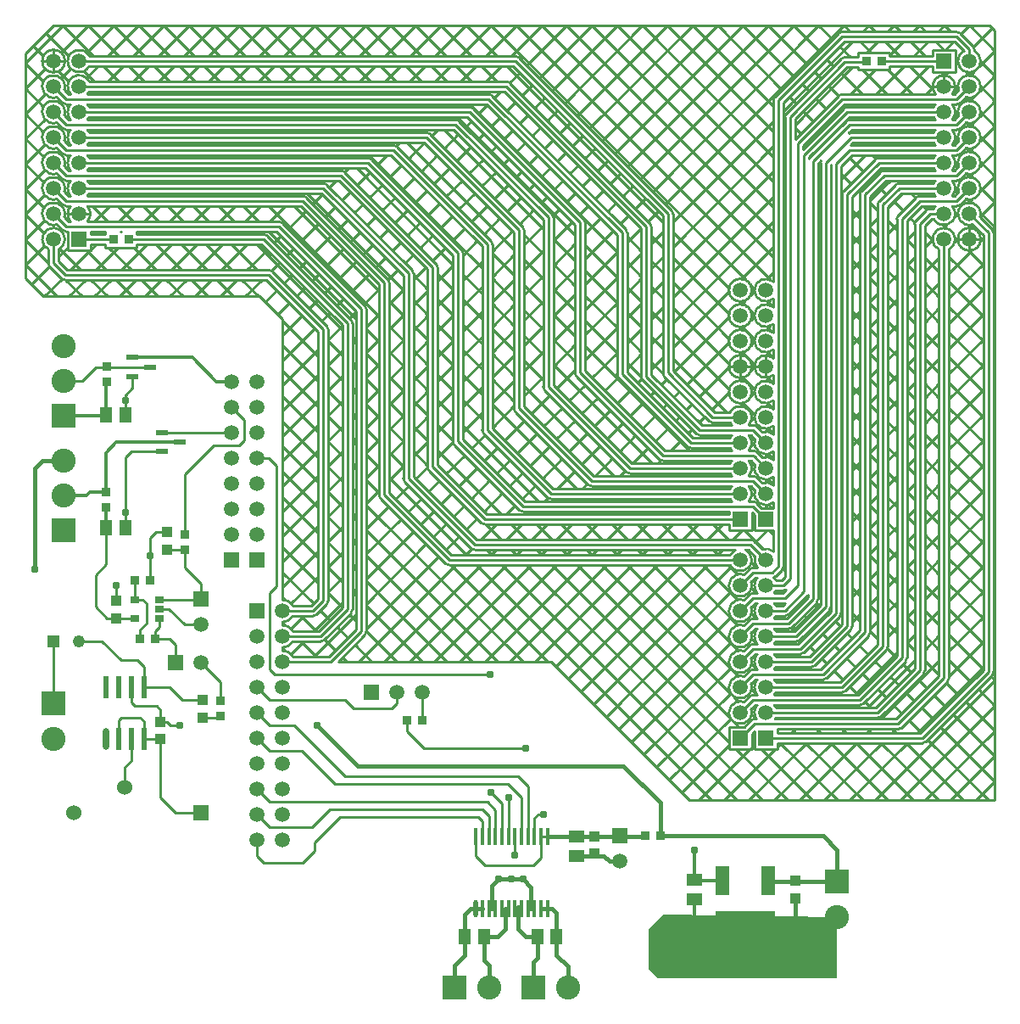
<source format=gtl>
G04 Layer_Physical_Order=1*
G04 Layer_Color=255*
%FSLAX25Y25*%
%MOIN*%
G70*
G01*
G75*
%ADD10C,0.01000*%
%ADD11R,0.03500X0.03500*%
%ADD12R,0.04724X0.02362*%
%ADD13R,0.03500X0.03500*%
%ADD14R,0.05906X0.05118*%
%ADD15R,0.03937X0.04331*%
%ADD16R,0.05118X0.05906*%
%ADD17R,0.05512X0.11811*%
%ADD18R,0.23622X0.25590*%
%ADD19R,0.03543X0.02559*%
%ADD20O,0.01772X0.06890*%
%ADD21R,0.01772X0.06890*%
%ADD22R,0.02362X0.08661*%
%ADD23O,0.02362X0.08661*%
%ADD24C,0.01800*%
%ADD25C,0.01400*%
%ADD26R,0.05906X0.05906*%
%ADD27C,0.05906*%
%ADD28C,0.09500*%
%ADD29R,0.09500X0.09500*%
%ADD30R,0.09500X0.09500*%
%ADD31R,0.05906X0.05906*%
%ADD32R,0.06000X0.06000*%
%ADD33C,0.06000*%
%ADD34C,0.04800*%
%ADD35R,0.04800X0.04800*%
%ADD36C,0.03100*%
G36*
X428000Y139720D02*
Y115500D01*
X357500D01*
X354000Y119000D01*
Y135000D01*
X359500Y140500D01*
X428000Y139720D01*
D02*
G37*
D10*
X482000Y480500D02*
G03*
X481414Y481914I-2000J0D01*
G01*
X484453Y476000D02*
G03*
X482000Y479978I-4453J0D01*
G01*
Y480500D02*
G03*
X481411Y481917I-2000J0D01*
G01*
X477800Y479871D02*
G03*
X484453Y476000I2200J-3871D01*
G01*
Y466000D02*
G03*
X475773Y464601I-4453J0D01*
G01*
X478601Y461773D02*
G03*
X484453Y466000I1399J4227D01*
G01*
Y456000D02*
G03*
X475773Y454601I-4453J0D01*
G01*
X476414Y486914D02*
G03*
X475000Y487500I-1414J-1414D01*
G01*
X476417Y486911D02*
G03*
X475000Y487500I-1417J-1411D01*
G01*
X473290Y463000D02*
G03*
X474453Y466000I-3290J3000D01*
G01*
X475000Y459000D02*
G03*
X476417Y459589I0J2000D01*
G01*
X475000Y459000D02*
G03*
X476414Y459586I0J2000D01*
G01*
X473290Y453000D02*
G03*
X474453Y456000I-3291J3000D01*
G01*
X478601Y451773D02*
G03*
X484453Y456000I1399J4227D01*
G01*
X478601Y441773D02*
G03*
X484453Y446000I1399J4227D01*
G01*
D02*
G03*
X475773Y444601I-4453J0D01*
G01*
X484453Y436000D02*
G03*
X475773Y434601I-4453J0D01*
G01*
X478601Y431773D02*
G03*
X484453Y436000I1399J4227D01*
G01*
Y426000D02*
G03*
X475773Y424601I-4453J0D01*
G01*
X475000Y449000D02*
G03*
X476417Y449589I0J2000D01*
G01*
X475000Y449000D02*
G03*
X476414Y449586I0J2000D01*
G01*
X474453Y446000D02*
G03*
X473290Y449000I-4453J0D01*
G01*
Y443000D02*
G03*
X474453Y446000I-3290J3000D01*
G01*
X475000Y439000D02*
G03*
X476417Y439589I0J2000D01*
G01*
X475000Y439000D02*
G03*
X476414Y439586I0J2000D01*
G01*
X475000Y429000D02*
G03*
X476417Y429589I0J2000D01*
G01*
X474453Y436000D02*
G03*
X473290Y439000I-4453J0D01*
G01*
Y433000D02*
G03*
X474453Y436000I-3290J3000D01*
G01*
Y466000D02*
G03*
X466710Y463000I-4453J0D01*
G01*
X466710Y459000D02*
G03*
X466022Y458000I3290J-3000D01*
G01*
X474453Y456000D02*
G03*
X473290Y459000I-4453J0D01*
G01*
X466022Y454000D02*
G03*
X466710Y453000I3978J2000D01*
G01*
X466022Y444000D02*
G03*
X466710Y443000I3978J2000D01*
G01*
Y449000D02*
G03*
X466022Y448000I3290J-3000D01*
G01*
X466710Y439000D02*
G03*
X466022Y438000I3290J-3000D01*
G01*
Y434000D02*
G03*
X466710Y433000I3978J2000D01*
G01*
X478601Y421773D02*
G03*
X484453Y426000I1399J4227D01*
G01*
X475000Y419000D02*
G03*
X476417Y419589I0J2000D01*
G01*
X475000Y429000D02*
G03*
X476414Y429586I0J2000D01*
G01*
X484453Y416000D02*
G03*
X481399Y411773I-4453J0D01*
G01*
X475000Y419000D02*
G03*
X476414Y419586I0J2000D01*
G01*
X484227Y414601D02*
G03*
X484453Y416000I-4227J1399D01*
G01*
X489500Y408500D02*
G03*
X488911Y409917I-2000J0D01*
G01*
X489500Y408500D02*
G03*
X488914Y409914I-2000J0D01*
G01*
X474453Y426000D02*
G03*
X473290Y429000I-4453J0D01*
G01*
Y423000D02*
G03*
X474453Y426000I-3290J3000D01*
G01*
X466710Y429000D02*
G03*
X466022Y428000I3290J-3000D01*
G01*
Y424000D02*
G03*
X466710Y423000I3978J2000D01*
G01*
X474453Y416000D02*
G03*
X473290Y419000I-4453J0D01*
G01*
X466710D02*
G03*
X466022Y418000I3290J-3000D01*
G01*
X464500D02*
G03*
X463086Y417414I0J-2000D01*
G01*
X466022Y414000D02*
G03*
X474453Y416000I3978J2000D01*
G01*
X484453Y406000D02*
G03*
X484453Y406000I-4453J0D01*
G01*
X474453Y406000D02*
G03*
X468000Y402022I-4453J0D01*
G01*
X472000D02*
G03*
X474453Y406000I-2000J3978D01*
G01*
X460500Y423000D02*
G03*
X459086Y422414I0J-2000D01*
G01*
X460500Y423000D02*
G03*
X459083Y422411I0J-2000D01*
G01*
X464500Y418000D02*
G03*
X463083Y417411I0J-2000D01*
G01*
X459089Y413417D02*
G03*
X458500Y412000I1411J-1417D01*
G01*
X459086Y413414D02*
G03*
X458500Y412000I1414J-1414D01*
G01*
X452500Y428000D02*
G03*
X451086Y427414I0J-2000D01*
G01*
X452500Y428000D02*
G03*
X451083Y427411I0J-2000D01*
G01*
X452089Y415417D02*
G03*
X451500Y414000I1411J-1417D01*
G01*
X452086Y415414D02*
G03*
X451500Y414000I1414J-1414D01*
G01*
X431000Y477500D02*
G03*
X429586Y476914I0J-2000D01*
G01*
X431000Y477500D02*
G03*
X429583Y476911I0J-2000D01*
G01*
X433500Y448000D02*
G03*
X432629Y447800I0J-2000D01*
G01*
X432000Y458000D02*
G03*
X430583Y457411I0J-2000D01*
G01*
X433000Y453000D02*
G03*
X431586Y452414I0J-2000D01*
G01*
X432000Y458000D02*
G03*
X430586Y457414I0J-2000D01*
G01*
X433500Y448000D02*
G03*
X432629Y447800I0J-2000D01*
G01*
X433000Y453000D02*
G03*
X431583Y452411I0J-2000D01*
G01*
X444500Y438000D02*
G03*
X443083Y437411I0J-2000D01*
G01*
X446500Y433000D02*
G03*
X445086Y432414I0J-2000D01*
G01*
X444500Y438000D02*
G03*
X443086Y437414I0J-2000D01*
G01*
X446500Y433000D02*
G03*
X445083Y432411I0J-2000D01*
G01*
X444586Y420914D02*
G03*
X444000Y419500I1414J-1414D01*
G01*
X444589Y420917D02*
G03*
X444000Y419500I1411J-1417D01*
G01*
X437589Y424917D02*
G03*
X437000Y423500I1411J-1417D01*
G01*
X437586Y424914D02*
G03*
X437000Y423500I1414J-1414D01*
G01*
X430589Y424917D02*
G03*
X430000Y423500I1411J-1417D01*
G01*
X430586Y424914D02*
G03*
X430000Y423500I1414J-1414D01*
G01*
Y487500D02*
G03*
X428583Y486911I0J-2000D01*
G01*
X430000Y487500D02*
G03*
X428586Y486914I0J-2000D01*
G01*
X430000Y463000D02*
G03*
X428583Y462411I0J-2000D01*
G01*
X430000Y463000D02*
G03*
X428586Y462414I0J-2000D01*
G01*
X403589Y461917D02*
G03*
X403000Y460500I1411J-1417D01*
G01*
X403586Y461914D02*
G03*
X403000Y460500I1414J-1414D01*
G01*
X408089Y455417D02*
G03*
X407500Y454000I1411J-1417D01*
G01*
X408086Y455414D02*
G03*
X407500Y454000I1414J-1414D01*
G01*
X421700Y436871D02*
G03*
X421500Y436000I1800J-871D01*
G01*
X421700Y436871D02*
G03*
X421500Y436000I1800J-871D01*
G01*
X363500Y416000D02*
G03*
X362911Y417417I-2000J0D01*
G01*
X363500Y416000D02*
G03*
X362914Y417414I-2000J0D01*
G01*
X403000Y389290D02*
G03*
X403000Y382710I-3000J-3290D01*
G01*
Y369290D02*
G03*
X403000Y362709I-3000J-3290D01*
G01*
Y379291D02*
G03*
X403000Y372709I-3000J-3290D01*
G01*
X394453Y386000D02*
G03*
X394453Y386000I-4453J0D01*
G01*
Y366000D02*
G03*
X394453Y366000I-4453J0D01*
G01*
Y376000D02*
G03*
X394453Y376000I-4453J0D01*
G01*
X403000Y359290D02*
G03*
X403000Y352710I-3000J-3290D01*
G01*
X394453Y356000D02*
G03*
X394453Y356000I-4453J0D01*
G01*
X359500Y353500D02*
G03*
X360089Y352083I2000J0D01*
G01*
X359500Y353500D02*
G03*
X360086Y352086I2000J0D01*
G01*
X403000Y349290D02*
G03*
X403000Y342709I-3000J-3290D01*
G01*
Y339290D02*
G03*
X403000Y332710I-3000J-3290D01*
G01*
X393290Y333000D02*
G03*
X394453Y336000I-3290J3000D01*
G01*
Y346000D02*
G03*
X394453Y346000I-4453J0D01*
G01*
Y336000D02*
G03*
X386022Y338000I-4453J0D01*
G01*
Y334000D02*
G03*
X386709Y333000I3978J2000D01*
G01*
X396417Y332411D02*
G03*
X395000Y333000I-1417J-1411D01*
G01*
X396414Y332414D02*
G03*
X395000Y333000I-1414J-1414D01*
G01*
X403000Y329291D02*
G03*
X398601Y330227I-3000J-3290D01*
G01*
X386709Y329000D02*
G03*
X386022Y328000I3290J-3000D01*
G01*
X377583Y334589D02*
G03*
X379000Y334000I1417J1411D01*
G01*
X377586Y334586D02*
G03*
X379000Y334000I1414J1414D01*
G01*
X372583Y329589D02*
G03*
X374000Y329000I1417J1411D01*
G01*
X372586Y329586D02*
G03*
X374000Y329000I1414J1414D01*
G01*
X419911Y263083D02*
G03*
X420500Y264500I-1411J1417D01*
G01*
X419914Y263086D02*
G03*
X420500Y264500I-1414J1414D01*
G01*
X424914Y260086D02*
G03*
X425500Y261500I-1414J1414D01*
G01*
X424911Y260083D02*
G03*
X425500Y261500I-1411J1417D01*
G01*
X488911Y234583D02*
G03*
X489500Y236000I-1411J1417D01*
G01*
X488914Y234586D02*
G03*
X489500Y236000I-1414J1414D01*
G01*
X471411Y232083D02*
G03*
X472000Y233500I-1411J1417D01*
G01*
X471414Y232086D02*
G03*
X472000Y233500I-1414J1414D01*
G01*
X461911Y235083D02*
G03*
X462500Y236500I-1411J1417D01*
G01*
X461914Y235086D02*
G03*
X462500Y236500I-1414J1414D01*
G01*
X440414Y250086D02*
G03*
X441000Y251500I-1414J1414D01*
G01*
X440411Y250083D02*
G03*
X441000Y251500I-1411J1417D01*
G01*
X447414Y244586D02*
G03*
X448000Y246000I-1414J1414D01*
G01*
X454911Y240083D02*
G03*
X455500Y241500I-1411J1417D01*
G01*
X454914Y240086D02*
G03*
X455500Y241500I-1414J1414D01*
G01*
X447411Y244583D02*
G03*
X448000Y246000I-1411J1417D01*
G01*
X444000Y218000D02*
G03*
X445417Y218589I0J2000D01*
G01*
X444000Y218000D02*
G03*
X445414Y218586I0J2000D01*
G01*
X452000Y213500D02*
G03*
X453417Y214089I0J2000D01*
G01*
X461500Y208000D02*
G03*
X462917Y208589I0J2000D01*
G01*
X461500Y208000D02*
G03*
X462914Y208586I0J2000D01*
G01*
X452000Y213500D02*
G03*
X453414Y214086I0J2000D01*
G01*
X433414Y252586D02*
G03*
X434000Y254000I-1414J1414D01*
G01*
X433411Y252583D02*
G03*
X434000Y254000I-1411J1417D01*
G01*
X428911Y257583D02*
G03*
X429500Y259000I-1411J1417D01*
G01*
X428914Y257586D02*
G03*
X429500Y259000I-1414J1414D01*
G01*
X422500Y233000D02*
G03*
X423917Y233589I0J2000D01*
G01*
X422500Y233000D02*
G03*
X423914Y233586I0J2000D01*
G01*
X418000Y238000D02*
G03*
X419417Y238589I0J2000D01*
G01*
X418000Y238000D02*
G03*
X419414Y238586I0J2000D01*
G01*
X437000Y223000D02*
G03*
X438417Y223589I0J2000D01*
G01*
X437000Y223000D02*
G03*
X438414Y223586I0J2000D01*
G01*
X430000Y228000D02*
G03*
X431417Y228589I0J2000D01*
G01*
X430000Y228000D02*
G03*
X431414Y228586I0J2000D01*
G01*
X395773Y327399D02*
G03*
X403000Y322709I4227J-1399D01*
G01*
X395773Y317399D02*
G03*
X403000Y312710I4227J-1399D01*
G01*
Y319290D02*
G03*
X398601Y320227I-3000J-3290D01*
G01*
X403000Y309291D02*
G03*
X398601Y310227I-3000J-3290D01*
G01*
X395773Y307399D02*
G03*
X403000Y302710I4227J-1399D01*
G01*
X396417Y322411D02*
G03*
X395000Y323000I-1417J-1411D01*
G01*
X396414Y322414D02*
G03*
X395000Y323000I-1414J-1414D01*
G01*
X396414Y312414D02*
G03*
X395000Y313000I-1414J-1414D01*
G01*
X396417Y312411D02*
G03*
X395000Y313000I-1417J-1411D01*
G01*
X396417Y302411D02*
G03*
X395000Y303000I-1417J-1411D01*
G01*
X396414Y302414D02*
G03*
X395000Y303000I-1414J-1414D01*
G01*
X394453Y306000D02*
G03*
X393290Y309000I-4453J0D01*
G01*
Y303000D02*
G03*
X394453Y306000I-3290J3000D01*
G01*
X406414Y276086D02*
G03*
X407000Y277500I-1414J1414D01*
G01*
X406411Y276083D02*
G03*
X407000Y277500I-1411J1417D01*
G01*
X403178Y273119D02*
G03*
X403914Y273586I-678J1881D01*
G01*
X403978Y272000D02*
G03*
X403178Y273118I-3978J-2000D01*
G01*
X403178Y273119D02*
G03*
X403917Y273589I-678J1881D01*
G01*
X395414Y287414D02*
G03*
X394000Y288000I-1414J-1414D01*
G01*
X403000Y283290D02*
G03*
X398601Y284227I-3000J-3290D01*
G01*
X395773Y281399D02*
G03*
X396709Y277000I4227J-1399D01*
G01*
X395417Y287411D02*
G03*
X394000Y288000I-1417J-1411D01*
G01*
X395000Y277000D02*
G03*
X393583Y276411I0J-2000D01*
G01*
X395000Y277000D02*
G03*
X393586Y276414I0J-2000D01*
G01*
X394453Y326000D02*
G03*
X393290Y329000I-4453J0D01*
G01*
Y323000D02*
G03*
X394453Y326000I-3290J3000D01*
G01*
X386022Y324000D02*
G03*
X386709Y323000I3978J2000D01*
G01*
X394453Y316000D02*
G03*
X393290Y319000I-4453J0D01*
G01*
X386709D02*
G03*
X386022Y318000I3291J-3000D01*
G01*
X393290Y313000D02*
G03*
X394453Y316000I-3290J3000D01*
G01*
X386710Y309000D02*
G03*
X386022Y308000I3290J-3000D01*
G01*
X386022Y314000D02*
G03*
X386710Y313000I3978J2000D01*
G01*
X369083Y324589D02*
G03*
X370500Y324000I1417J1411D01*
G01*
X369086Y324586D02*
G03*
X370500Y324000I1414J1414D01*
G01*
X386022Y304000D02*
G03*
X386710Y303000I3978J2000D01*
G01*
X388044Y284000D02*
G03*
X386022Y282000I1956J-4000D01*
G01*
X394453Y280000D02*
G03*
X391956Y284000I-4453J0D01*
G01*
X386022Y278000D02*
G03*
X394453Y280000I3978J2000D01*
G01*
X391399Y274227D02*
G03*
X394453Y270000I-1399J-4227D01*
G01*
X407500Y258000D02*
G03*
X408914Y258586I0J2000D01*
G01*
X407000Y268000D02*
G03*
X407871Y268200I0J2000D01*
G01*
X407500Y258000D02*
G03*
X408917Y258589I0J2000D01*
G01*
X409000Y253000D02*
G03*
X410414Y253586I0J2000D01*
G01*
X412000Y248000D02*
G03*
X413417Y248589I0J2000D01*
G01*
X412000Y248000D02*
G03*
X413414Y248586I0J2000D01*
G01*
X409000Y253000D02*
G03*
X410417Y253589I0J2000D01*
G01*
X407000Y268000D02*
G03*
X407871Y268200I0J2000D01*
G01*
X403291Y267000D02*
G03*
X403978Y268000I-3290J3000D01*
G01*
Y262000D02*
G03*
X403291Y263000I-3978J-2000D01*
G01*
Y257000D02*
G03*
X403978Y258000I-3290J3000D01*
G01*
X403291Y247000D02*
G03*
X403978Y248000I-3290J3000D01*
G01*
Y252000D02*
G03*
X403291Y253000I-3978J-2000D01*
G01*
X413500Y243000D02*
G03*
X414917Y243589I0J2000D01*
G01*
X413500Y243000D02*
G03*
X414914Y243586I0J2000D01*
G01*
X403978Y242000D02*
G03*
X403291Y243000I-3978J-2000D01*
G01*
Y237000D02*
G03*
X403978Y238000I-3290J3000D01*
G01*
Y232000D02*
G03*
X403291Y233000I-3978J-2000D01*
G01*
X403290Y227000D02*
G03*
X403978Y228000I-3290J3000D01*
G01*
Y222000D02*
G03*
X403291Y223000I-3978J-2000D01*
G01*
X403685Y217500D02*
G03*
X403978Y218000I-3685J2500D01*
G01*
X396709Y273000D02*
G03*
X396709Y267000I3290J-3000D01*
G01*
Y263000D02*
G03*
X396709Y257000I3290J-3000D01*
G01*
Y253000D02*
G03*
X396709Y247000I3290J-3000D01*
G01*
Y243000D02*
G03*
X396709Y237000I3290J-3000D01*
G01*
X394453Y270000D02*
G03*
X394227Y271399I-4453J0D01*
G01*
X395000Y267000D02*
G03*
X393586Y266414I0J-2000D01*
G01*
X394453Y260000D02*
G03*
X394227Y261399I-4453J0D01*
G01*
X395000Y257000D02*
G03*
X393583Y256411I0J-2000D01*
G01*
X395000Y257000D02*
G03*
X393586Y256414I0J-2000D01*
G01*
X395000Y267000D02*
G03*
X393583Y266411I0J-2000D01*
G01*
X391399Y264227D02*
G03*
X394453Y260000I-1399J-4227D01*
G01*
X391399Y254227D02*
G03*
X394453Y250000I-1399J-4227D01*
G01*
X395000Y247000D02*
G03*
X393586Y246414I0J-2000D01*
G01*
X394453Y250000D02*
G03*
X394227Y251399I-4453J0D01*
G01*
X394453Y240000D02*
G03*
X394227Y241399I-4453J0D01*
G01*
X395000Y247000D02*
G03*
X393583Y246411I0J-2000D01*
G01*
X395000Y237000D02*
G03*
X393586Y236414I0J-2000D01*
G01*
X395000Y237000D02*
G03*
X393583Y236411I0J-2000D01*
G01*
X391399Y244227D02*
G03*
X394453Y240000I-1399J-4227D01*
G01*
X396709Y233000D02*
G03*
X396710Y227000I3291J-3000D01*
G01*
X396709Y223000D02*
G03*
X396315Y217500I3290J-3000D01*
G01*
X395500D02*
G03*
X394086Y216914I0J-2000D01*
G01*
X395000Y227000D02*
G03*
X393586Y226414I0J-2000D01*
G01*
X395000Y227000D02*
G03*
X393583Y226411I0J-2000D01*
G01*
X394453Y230000D02*
G03*
X394227Y231399I-4453J0D01*
G01*
X394453Y220000D02*
G03*
X394227Y221399I-4453J0D01*
G01*
X391399Y234227D02*
G03*
X394453Y230000I-1399J-4227D01*
G01*
X391399Y224227D02*
G03*
X394453Y220000I-1399J-4227D01*
G01*
X395500Y217500D02*
G03*
X394083Y216911I0J-2000D01*
G01*
X302917Y477411D02*
G03*
X301500Y478000I-1417J-1411D01*
G01*
X302914Y477414D02*
G03*
X301500Y478000I-1414J-1414D01*
G01*
X299417Y467411D02*
G03*
X298000Y468000I-1417J-1411D01*
G01*
X299414Y467414D02*
G03*
X298000Y468000I-1414J-1414D01*
G01*
X292414Y462414D02*
G03*
X291000Y463000I-1414J-1414D01*
G01*
X292417Y462411D02*
G03*
X291000Y463000I-1417J-1411D01*
G01*
X284914Y457414D02*
G03*
X283500Y458000I-1414J-1414D01*
G01*
X284917Y457411D02*
G03*
X283500Y458000I-1417J-1411D01*
G01*
X279414Y452414D02*
G03*
X278000Y453000I-1414J-1414D01*
G01*
X279417Y452411D02*
G03*
X278000Y453000I-1417J-1411D01*
G01*
X267917Y447411D02*
G03*
X266500Y448000I-1417J-1411D01*
G01*
X267914Y447414D02*
G03*
X266500Y448000I-1414J-1414D01*
G01*
X254914Y442414D02*
G03*
X253500Y443000I-1414J-1414D01*
G01*
X316500Y414500D02*
G03*
X315911Y415917I-2000J0D01*
G01*
X316500Y414500D02*
G03*
X315914Y415914I-2000J0D01*
G01*
X355000Y411000D02*
G03*
X354411Y412417I-2000J0D01*
G01*
X355000Y411000D02*
G03*
X354414Y412414I-2000J0D01*
G01*
X329000Y412500D02*
G03*
X328411Y413917I-2000J0D01*
G01*
X345500Y408500D02*
G03*
X344914Y409914I-2000J0D01*
G01*
X329000Y412500D02*
G03*
X328414Y413914I-2000J0D01*
G01*
X345500Y408500D02*
G03*
X344911Y409917I-2000J0D01*
G01*
X305000Y409500D02*
G03*
X304411Y410917I-2000J0D01*
G01*
X305000Y409500D02*
G03*
X304414Y410914I-2000J0D01*
G01*
X292500Y404000D02*
G03*
X291911Y405417I-2000J0D01*
G01*
X292500Y404000D02*
G03*
X291914Y405414I-2000J0D01*
G01*
X254917Y442411D02*
G03*
X253500Y443000I-1417J-1411D01*
G01*
X244917Y437411D02*
G03*
X243500Y438000I-1417J-1411D01*
G01*
X244914Y437414D02*
G03*
X243500Y438000I-1414J-1414D01*
G01*
X234417Y432411D02*
G03*
X233000Y433000I-1417J-1411D01*
G01*
X234414Y432414D02*
G03*
X233000Y433000I-1414J-1414D01*
G01*
X227414Y427414D02*
G03*
X226000Y428000I-1414J-1414D01*
G01*
X227417Y427411D02*
G03*
X226000Y428000I-1417J-1411D01*
G01*
X219417Y422411D02*
G03*
X218000Y423000I-1417J-1411D01*
G01*
X219414Y422414D02*
G03*
X218000Y423000I-1414J-1414D01*
G01*
X209917Y412411D02*
G03*
X208500Y413000I-1417J-1411D01*
G01*
X209914Y412414D02*
G03*
X208500Y413000I-1414J-1414D01*
G01*
X133978Y478000D02*
G03*
X133978Y474000I-3978J-2000D01*
G01*
X133291Y463000D02*
G03*
X133978Y464000I-3290J3000D01*
G01*
Y468000D02*
G03*
X126709Y463000I-3978J-2000D01*
G01*
X124453Y476000D02*
G03*
X124453Y476000I-4453J0D01*
G01*
X124227Y464601D02*
G03*
X124453Y466000I-4227J1399D01*
G01*
X123586Y459586D02*
G03*
X125000Y459000I1414J1414D01*
G01*
X123583Y459589D02*
G03*
X125000Y459000I1417J1411D01*
G01*
X124453Y466000D02*
G03*
X121399Y461773I-4453J0D01*
G01*
X133978Y458000D02*
G03*
X133291Y459000I-3978J-2000D01*
G01*
Y453000D02*
G03*
X133978Y454000I-3290J3000D01*
G01*
X126709Y459000D02*
G03*
X126709Y453000I3290J-3000D01*
G01*
X133978Y448000D02*
G03*
X133291Y449000I-3978J-2000D01*
G01*
Y443000D02*
G03*
X133978Y444000I-3290J3000D01*
G01*
X126709Y449000D02*
G03*
X126709Y443000I3290J-3000D01*
G01*
X124227Y454601D02*
G03*
X124453Y456000I-4227J1399D01*
G01*
D02*
G03*
X121399Y451773I-4453J0D01*
G01*
X124453Y446000D02*
G03*
X121399Y441773I-4453J0D01*
G01*
X124227Y444601D02*
G03*
X124453Y446000I-4227J1399D01*
G01*
X123583Y449589D02*
G03*
X125000Y449000I1417J1411D01*
G01*
X123586Y449586D02*
G03*
X125000Y449000I1414J1414D01*
G01*
X203917Y407411D02*
G03*
X202500Y408000I-1417J-1411D01*
G01*
X203914Y407414D02*
G03*
X202500Y408000I-1414J-1414D01*
G01*
X133978Y438000D02*
G03*
X133291Y439000I-3978J-2000D01*
G01*
Y433000D02*
G03*
X133978Y434000I-3290J3000D01*
G01*
X126709Y439000D02*
G03*
X126709Y433000I3290J-3000D01*
G01*
X133978Y428000D02*
G03*
X133291Y429000I-3978J-2000D01*
G01*
X133290Y423000D02*
G03*
X133978Y424000I-3290J3000D01*
G01*
X126709Y429000D02*
G03*
X126710Y423000I3291J-3000D01*
G01*
X123586Y439586D02*
G03*
X125000Y439000I1414J1414D01*
G01*
X124227Y434601D02*
G03*
X124453Y436000I-4227J1399D01*
G01*
D02*
G03*
X121399Y431773I-4453J0D01*
G01*
X123583Y439589D02*
G03*
X125000Y439000I1417J1411D01*
G01*
X123586Y429586D02*
G03*
X125000Y429000I1414J1414D01*
G01*
X124227Y424601D02*
G03*
X124453Y426000I-4227J1399D01*
G01*
X123583Y429589D02*
G03*
X125000Y429000I1417J1411D01*
G01*
X124453Y426000D02*
G03*
X121399Y421773I-4453J0D01*
G01*
X133291Y413000D02*
G03*
X134453Y416000I-3290J3000D01*
G01*
D02*
G03*
X133291Y419000I-4453J0D01*
G01*
X126709D02*
G03*
X126709Y413000I3290J-3000D01*
G01*
X123583Y419589D02*
G03*
X125000Y419000I1417J1411D01*
G01*
X123586Y419586D02*
G03*
X125000Y419000I1414J1414D01*
G01*
X124227Y414601D02*
G03*
X124453Y416000I-4227J1399D01*
G01*
D02*
G03*
X121399Y411773I-4453J0D01*
G01*
X123583Y409589D02*
G03*
X125000Y409000I1417J1411D01*
G01*
X123586Y409586D02*
G03*
X125000Y409000I1414J1414D01*
G01*
X124453Y406000D02*
G03*
X118000Y402022I-4453J0D01*
G01*
X122000D02*
G03*
X124453Y406000I-2000J3978D01*
G01*
X351000Y352000D02*
G03*
X351589Y350583I2000J0D01*
G01*
X351000Y352000D02*
G03*
X351586Y350586I2000J0D01*
G01*
X341500Y353000D02*
G03*
X342089Y351583I2000J0D01*
G01*
X325000Y353500D02*
G03*
X325586Y352086I2000J0D01*
G01*
X325000Y353500D02*
G03*
X325589Y352083I2000J0D01*
G01*
X341500Y353000D02*
G03*
X342086Y351586I2000J0D01*
G01*
X281000Y400500D02*
G03*
X280414Y401914I-2000J0D01*
G01*
X281000Y400500D02*
G03*
X280411Y401917I-2000J0D01*
G01*
X312500Y348000D02*
G03*
X313086Y346586I2000J0D01*
G01*
X312500Y348000D02*
G03*
X313089Y346583I2000J0D01*
G01*
X301000Y339500D02*
G03*
X301589Y338083I2000J0D01*
G01*
X301000Y339500D02*
G03*
X301586Y338086I2000J0D01*
G01*
X358086Y319586D02*
G03*
X359500Y319000I1414J1414D01*
G01*
X358083Y319589D02*
G03*
X359500Y319000I1417J1411D01*
G01*
X345083Y314589D02*
G03*
X346500Y314000I1417J1411D01*
G01*
X345086Y314586D02*
G03*
X346500Y314000I1414J1414D01*
G01*
X330086Y309586D02*
G03*
X331500Y309000I1414J1414D01*
G01*
X330083Y309589D02*
G03*
X331500Y309000I1417J1411D01*
G01*
X314083Y304589D02*
G03*
X315500Y304000I1417J1411D01*
G01*
X314086Y304586D02*
G03*
X315500Y304000I1414J1414D01*
G01*
X303086Y299586D02*
G03*
X304500Y299000I1414J1414D01*
G01*
X303083Y299589D02*
G03*
X304500Y299000I1417J1411D01*
G01*
X288500Y331000D02*
G03*
X289089Y329583I2000J0D01*
G01*
X288500Y331000D02*
G03*
X289086Y329586I2000J0D01*
G01*
X277000Y326500D02*
G03*
X277586Y325086I2000J0D01*
G01*
X277000Y326500D02*
G03*
X277589Y325083I2000J0D01*
G01*
X288086Y294586D02*
G03*
X289500Y294000I1414J1414D01*
G01*
X288083Y294589D02*
G03*
X289500Y294000I1417J1411D01*
G01*
X284083Y284589D02*
G03*
X285500Y284000I1417J1411D01*
G01*
X284086Y284586D02*
G03*
X285500Y284000I1414J1414D01*
G01*
X271000Y395000D02*
G03*
X270414Y396414I-2000J0D01*
G01*
X271000Y395000D02*
G03*
X270411Y396417I-2000J0D01*
G01*
X261500Y392500D02*
G03*
X260911Y393917I-2000J0D01*
G01*
X261500Y392500D02*
G03*
X260914Y393914I-2000J0D01*
G01*
X252000Y389000D02*
G03*
X251411Y390417I-2000J0D01*
G01*
X252000Y389000D02*
G03*
X251414Y390414I-2000J0D01*
G01*
X243000Y378500D02*
G03*
X242414Y379914I-2000J0D01*
G01*
X243000Y378500D02*
G03*
X242411Y379917I-2000J0D01*
G01*
X237500Y373000D02*
G03*
X236914Y374414I-2000J0D01*
G01*
X237500Y373000D02*
G03*
X236911Y374417I-2000J0D01*
G01*
X228000Y370500D02*
G03*
X227411Y371917I-2000J0D01*
G01*
X228000Y370500D02*
G03*
X227414Y371914I-2000J0D01*
G01*
X205914Y393414D02*
G03*
X204500Y394000I-1414J-1414D01*
G01*
X205917Y393411D02*
G03*
X204500Y394000I-1417J-1411D01*
G01*
X123086Y390586D02*
G03*
X124500Y390000I1414J1414D01*
G01*
X123083Y390589D02*
G03*
X124500Y390000I1417J1411D01*
G01*
X118000Y396500D02*
G03*
X118589Y395083I2000J0D01*
G01*
X118000Y396500D02*
G03*
X118586Y395086I2000J0D01*
G01*
X267000Y316500D02*
G03*
X267589Y315083I2000J0D01*
G01*
X267000Y316500D02*
G03*
X267586Y315086I2000J0D01*
G01*
X257500Y312000D02*
G03*
X258086Y310586I2000J0D01*
G01*
X257500Y312000D02*
G03*
X258089Y310583I2000J0D01*
G01*
X274086Y278586D02*
G03*
X275500Y278000I1414J1414D01*
G01*
X274083Y278589D02*
G03*
X275500Y278000I1417J1411D01*
G01*
X248000Y305500D02*
G03*
X248586Y304086I2000J0D01*
G01*
X248000Y305500D02*
G03*
X248589Y304083I2000J0D01*
G01*
X242414Y250586D02*
G03*
X243000Y252000I-1414J1414D01*
G01*
X242411Y250583D02*
G03*
X243000Y252000I-1411J1417D01*
G01*
X227411Y262583D02*
G03*
X228000Y264000I-1411J1417D01*
G01*
X227414Y262586D02*
G03*
X228000Y264000I-1414J1414D01*
G01*
X236911Y259083D02*
G03*
X237500Y260500I-1411J1417D01*
G01*
X236914Y259086D02*
G03*
X237500Y260500I-1414J1414D01*
G01*
X225000Y248000D02*
G03*
X226417Y248589I0J2000D01*
G01*
X225000Y248000D02*
G03*
X226414Y248586I0J2000D01*
G01*
X222000Y258000D02*
G03*
X223414Y258586I0J2000D01*
G01*
X222000Y258000D02*
G03*
X223417Y258589I0J2000D01*
G01*
X213978Y262000D02*
G03*
X210000Y264453I-3978J-2000D01*
G01*
Y255547D02*
G03*
X213978Y258000I0J4453D01*
G01*
Y252000D02*
G03*
X210000Y254453I-3978J-2000D01*
G01*
Y245547D02*
G03*
X213978Y248000I0J4453D01*
G01*
Y242000D02*
G03*
X210000Y244453I-3978J-2000D01*
G01*
X148240Y337000D02*
Y344740D01*
X151000Y347500D01*
Y352020D01*
X148240Y292500D02*
Y320240D01*
X150520Y322520D01*
X162500D01*
X136760Y355760D02*
X158087D01*
X131280Y350279D02*
X136760Y355760D01*
X124000Y350279D02*
X131280D01*
X488000Y490000D02*
X490000Y488000D01*
X481642Y481642D02*
X489000Y489000D01*
X484051Y474152D02*
X490000Y480101D01*
X482000Y479978D02*
Y480500D01*
X476417Y486911D02*
X481411Y481917D01*
X476714Y486614D02*
X480100Y490000D01*
X480150D02*
X490000Y480150D01*
X484448Y475803D02*
X490000Y470251D01*
X484127Y464328D02*
X490000Y470201D01*
X480339Y470440D02*
X481848Y471949D01*
X484189Y454491D02*
X490000Y460302D01*
X484452Y465900D02*
X490000Y460351D01*
X478715Y461737D02*
X479999Y460453D01*
X480245Y460446D02*
X481672Y461873D01*
X474453Y475899D02*
X475784Y474567D01*
X478567Y471784D02*
X479900Y470452D01*
X474453Y471547D02*
Y480453D01*
X474172Y483500D02*
X477800Y479871D01*
X474453Y465999D02*
X475737Y464715D01*
X474453Y474453D02*
X475568Y475568D01*
X474051Y464151D02*
X475560Y465661D01*
X476417Y459589D02*
X478601Y461773D01*
X474172Y453000D02*
X475773Y454601D01*
X474452Y456101D02*
X475697Y454856D01*
X474172Y463000D02*
X475773Y464601D01*
X474127Y454328D02*
X475554Y455755D01*
X473290Y463000D02*
X474172D01*
X473290Y453000D02*
X474172D01*
X484453Y455999D02*
X490000Y450452D01*
X484241Y444643D02*
X490000Y450402D01*
X480149Y450450D02*
X481509Y451811D01*
X484452Y446101D02*
X490000Y440552D01*
X480050Y440452D02*
X481357Y441759D01*
X478856Y451697D02*
X480101Y450452D01*
X476417Y449589D02*
X478601Y451773D01*
X484284Y434787D02*
X490000Y440503D01*
X484448Y436205D02*
X490000Y430653D01*
X479950Y430452D02*
X481213Y431716D01*
X484321Y424924D02*
X490000Y430603D01*
X479118Y431636D02*
X480312Y430442D01*
X478990Y441663D02*
X480205Y440448D01*
X476417Y429589D02*
X478601Y431773D01*
X474448Y446205D02*
X475663Y444989D01*
X476417Y439589D02*
X478601Y441773D01*
X474189Y444491D02*
X475550Y445851D01*
X473290Y449000D02*
X475000D01*
X474172Y443000D02*
X475773Y444601D01*
X473290Y443000D02*
X474172D01*
X474442Y436312D02*
X475635Y435118D01*
X474241Y434643D02*
X475548Y435950D01*
X473290Y439000D02*
X475000D01*
X474172Y433000D02*
X475773Y434601D01*
X473290Y433000D02*
X474172D01*
X470251Y490000D02*
X472751Y487500D01*
X470553Y480453D02*
X473600Y483500D01*
X467701Y487500D02*
X470201Y490000D01*
X470432Y470432D02*
X471547Y471547D01*
X466851Y483500D02*
X469899Y480453D01*
X430000Y487500D02*
X475000D01*
X465547Y480453D02*
X474453D01*
X430828Y483500D02*
X474172D01*
X465547Y471547D02*
X474453D01*
X456552Y474000D02*
X465697Y464856D01*
X470000Y466000D02*
Y469953D01*
Y466000D02*
X473953D01*
X468905Y471547D02*
X469999Y470453D01*
X473290Y459000D02*
X475000D01*
X466047Y466000D02*
X470000D01*
X430000Y463000D02*
X466710D01*
X463000D02*
X465568Y465568D01*
X430828Y459000D02*
X466710D01*
X432000Y458000D02*
X466022D01*
X460351Y490000D02*
X462851Y487500D01*
X465547Y478000D02*
Y480453D01*
X457801Y487500D02*
X460301Y490000D01*
X458201Y478000D02*
X463701Y483500D01*
X456952D02*
X462452Y478000D01*
X447902Y487500D02*
X450402Y490000D01*
X450452D02*
X452952Y487500D01*
X442750Y479250D02*
X448750D01*
Y478448D02*
X453801Y483500D01*
X447052D02*
X452552Y478000D01*
X448750D02*
X465547D01*
Y471547D02*
Y474000D01*
X448750Y478000D02*
Y479250D01*
X453100Y463000D02*
X464101Y474000D01*
X461653Y459000D02*
X462653Y458000D01*
X448750Y472750D02*
Y474000D01*
X465547D01*
X442750Y472750D02*
X448750D01*
X447903D02*
X457653Y463000D01*
X443201D02*
X454201Y474000D01*
X432828Y454000D02*
X466022D01*
X433000Y453000D02*
X466710D01*
X462899D02*
X463899Y454000D01*
X433828Y449000D02*
X466710D01*
X433500Y448000D02*
X466022D01*
X462799Y443000D02*
X463799Y444000D01*
X446500Y433000D02*
X466710D01*
X462698D02*
X463698Y434000D01*
X433328Y443000D02*
X466710D01*
X433828Y439000D02*
X466710D01*
X434328Y444000D02*
X466022D01*
X445328Y434000D02*
X466022D01*
X444500Y438000D02*
X466022D01*
X458000Y458000D02*
X459000Y459000D01*
X456753Y454000D02*
X457753Y453000D01*
X453000D02*
X454000Y454000D01*
X461753Y449000D02*
X462753Y448000D01*
X457899D02*
X458899Y449000D01*
X448101Y458000D02*
X449100Y459000D01*
X451753D02*
X452753Y458000D01*
X446854Y454000D02*
X447854Y453000D01*
X451854Y449000D02*
X452854Y448000D01*
X448000D02*
X449000Y449000D01*
X456854Y444000D02*
X457854Y443000D01*
X457799Y438000D02*
X458799Y439000D01*
X452899Y443000D02*
X453899Y444000D01*
X461854Y439000D02*
X462854Y438000D01*
X456954Y434000D02*
X457954Y433000D01*
X447899Y438000D02*
X448899Y439000D01*
X451954D02*
X452954Y438000D01*
X446954Y444000D02*
X447954Y443000D01*
X452799Y433000D02*
X453799Y434000D01*
X447055D02*
X448055Y433000D01*
X484442Y426312D02*
X490000Y420753D01*
X479847Y420450D02*
X481076Y421679D01*
X484351Y415055D02*
X490000Y420704D01*
X479242Y421612D02*
X480421Y420433D01*
X476417Y419589D02*
X478601Y421773D01*
X484433Y416421D02*
X490000Y410854D01*
X489009Y409813D02*
X490000Y410804D01*
X484227Y414601D02*
X488911Y409917D01*
X479742Y410445D02*
X480945Y411649D01*
X479361Y411593D02*
X480534Y410421D01*
X481399Y411773D02*
X485500Y407672D01*
X480000Y406000D02*
X483953D01*
X474433Y426421D02*
X475612Y425242D01*
X474284Y424787D02*
X475548Y426050D01*
X474172Y423000D02*
X475773Y424601D01*
X473290Y419000D02*
X475000D01*
X473290Y429000D02*
X475000D01*
X473290Y423000D02*
X474172D01*
X474421Y416534D02*
X475593Y415361D01*
X474321Y414924D02*
X475550Y416153D01*
X469847Y410450D02*
X471076Y411679D01*
X469477Y411578D02*
X470650Y410405D01*
X464500Y418000D02*
X466022D01*
X465328Y414000D02*
X466022D01*
X489500Y400405D02*
X490000Y400905D01*
X489500Y391555D02*
X490000Y391055D01*
X489500Y401454D02*
X490000Y400954D01*
X489500Y380606D02*
X490000Y381106D01*
X489500Y390505D02*
X490000Y391005D01*
X484377Y405181D02*
X485500Y406304D01*
X472000Y399155D02*
X485500Y385655D01*
X484421Y406534D02*
X485500Y405454D01*
X489500Y371756D02*
X490000Y371256D01*
X489500Y381656D02*
X490000Y381155D01*
X489500Y361857D02*
X490000Y361356D01*
X489500Y360807D02*
X490000Y361307D01*
X489500Y370706D02*
X490000Y371206D01*
X489500Y350907D02*
X490000Y351407D01*
X489500Y351957D02*
X490000Y351457D01*
X489500Y342057D02*
X490000Y341558D01*
X489500Y341008D02*
X490000Y341508D01*
X472000Y349658D02*
X485500Y336158D01*
X489500Y331108D02*
X490000Y331608D01*
X489500Y332158D02*
X490000Y331658D01*
X480000Y406000D02*
Y409953D01*
Y402047D02*
Y406000D01*
X476047D02*
X480000D01*
X479477Y401578D02*
X485500Y395555D01*
X474405Y406650D02*
X475578Y405477D01*
X474351Y405055D02*
X475555Y406258D01*
X472000Y392804D02*
X480819Y401623D01*
X472000Y353206D02*
X485500Y366706D01*
X472000Y359558D02*
X485500Y346058D01*
X472000Y369457D02*
X485500Y355957D01*
X472000Y333407D02*
X485500Y346907D01*
X472000Y343307D02*
X485500Y356807D01*
X472000Y389256D02*
X485500Y375756D01*
X472000Y373005D02*
X485500Y386505D01*
X472000Y382905D02*
X485500Y396405D01*
X472000Y363106D02*
X485500Y376606D01*
X472000Y379357D02*
X485500Y365857D01*
X462598Y423000D02*
X463598Y424000D01*
X460500Y423000D02*
X466710D01*
X461954Y429000D02*
X462954Y428000D01*
X461328Y419000D02*
X466710D01*
X447328Y429000D02*
X466710D01*
X452500Y428000D02*
X466022D01*
X453328Y424000D02*
X466022D01*
X452089Y415417D02*
X459083Y422411D01*
X462500Y411172D02*
X465328Y414000D01*
X462500Y408656D02*
X465566Y405589D01*
X462500Y398756D02*
X468000Y393256D01*
X462500Y403103D02*
X465550Y406153D01*
X462055Y419000D02*
X463391Y417664D01*
X459089Y413417D02*
X463083Y417411D01*
X455500Y413172D02*
X461328Y419000D01*
X452055Y429000D02*
X453055Y428000D01*
X457698D02*
X458698Y429000D01*
X457055Y424000D02*
X458863Y422192D01*
X444589Y420917D02*
X451083Y427411D01*
X448000Y418672D02*
X453328Y424000D01*
X441000Y421201D02*
X448799Y429000D01*
X450242Y420914D02*
X453913Y417242D01*
X448000Y418302D02*
X453698Y424000D01*
X456742Y414413D02*
X458583Y412572D01*
X455500Y406003D02*
X458500Y409003D01*
X455500Y396103D02*
X458500Y399103D01*
X455500Y405756D02*
X458500Y402756D01*
X448000Y413256D02*
X451500Y409756D01*
X448000Y408402D02*
X451500Y411902D01*
X448000Y398503D02*
X451500Y402003D01*
X448000Y403357D02*
X451500Y399856D01*
X462500Y388857D02*
X468000Y383356D01*
X462500Y383304D02*
X468000Y388804D01*
X462500Y393204D02*
X468000Y398704D01*
X462500Y373405D02*
X468000Y378905D01*
X462500Y378957D02*
X468000Y373457D01*
X455500Y386204D02*
X458500Y389204D01*
X455500Y385957D02*
X458500Y382957D01*
X455500Y395856D02*
X458500Y392857D01*
X455500Y376058D02*
X458500Y373058D01*
X455500Y376304D02*
X458500Y379304D01*
X462500Y363505D02*
X468000Y369005D01*
X462500Y359158D02*
X468000Y353658D01*
X462500Y369057D02*
X468000Y363558D01*
X462500Y339359D02*
X468000Y333859D01*
X462500Y353606D02*
X468000Y359106D01*
X455500Y366158D02*
X458500Y363158D01*
X462500Y349258D02*
X468000Y343759D01*
X455500Y366405D02*
X458500Y369405D01*
X462500Y333807D02*
X468000Y339307D01*
X462500Y343706D02*
X468000Y349206D01*
X448000Y363758D02*
X451500Y360259D01*
X448000Y358905D02*
X451500Y362405D01*
X448000Y368804D02*
X451500Y372304D01*
X455500Y356259D02*
X458500Y353258D01*
X455500Y356505D02*
X458500Y359505D01*
X448000Y388603D02*
X451500Y392103D01*
X448000Y383558D02*
X451500Y380058D01*
X448000Y393457D02*
X451500Y389957D01*
X448000Y373658D02*
X451500Y370158D01*
X448000Y378704D02*
X451500Y382204D01*
X455500Y346606D02*
X458500Y349606D01*
X455500Y346359D02*
X458500Y343359D01*
X448000Y353859D02*
X451500Y350359D01*
X455500Y336459D02*
X458500Y333459D01*
X455500Y336706D02*
X458500Y339706D01*
X448000Y343959D02*
X451500Y340459D01*
X448000Y339106D02*
X451500Y342606D01*
X448000Y349005D02*
X451500Y352505D01*
X448000Y329206D02*
X451500Y332706D01*
X448000Y334060D02*
X451500Y330560D01*
X440552Y490000D02*
X443052Y487500D01*
X442250Y479250D02*
X442750D01*
X442250D02*
X442750D01*
X439652D02*
X443902Y483500D01*
X442250Y472750D02*
X442750D01*
X437153Y483500D02*
X441403Y479250D01*
X436250D02*
X442250D01*
X438002Y487500D02*
X440503Y490000D01*
X438003Y472750D02*
X447753Y463000D01*
X433301D02*
X443051Y472750D01*
X443101Y453000D02*
X444101Y454000D01*
X441954Y449000D02*
X442954Y448000D01*
X442250Y472750D02*
X442750D01*
X443000Y443000D02*
X444000Y444000D01*
X442055Y439000D02*
X443391Y437664D01*
X436250Y472750D02*
X442250D01*
X441854Y459000D02*
X442854Y458000D01*
X438201D02*
X439201Y459000D01*
X438100Y448000D02*
X439101Y449000D01*
X437055Y444000D02*
X438055Y443000D01*
X431000Y477500D02*
X436250D01*
X431828Y473500D02*
X436250D01*
Y477500D02*
Y479250D01*
Y472750D02*
Y473500D01*
X431954Y459000D02*
X432954Y458000D01*
X430653Y490000D02*
X433153Y487500D01*
X429041Y481712D02*
X433253Y477500D01*
X429591Y471263D02*
X437854Y463000D01*
X433201Y453000D02*
X434201Y454000D01*
X436954D02*
X437954Y453000D01*
X433328Y443000D02*
X434328Y444000D01*
X432629Y447800D02*
X433828Y449000D01*
X441242Y429914D02*
X441914Y429242D01*
X429500Y429500D02*
X439000Y439000D01*
X437589Y424917D02*
X445083Y432411D01*
X432992Y438164D02*
X438413Y432742D01*
X434000Y422672D02*
X445328Y434000D01*
X430589Y424917D02*
X443083Y437411D01*
X441000Y422672D02*
X447328Y429000D01*
X444742Y426413D02*
X447413Y423742D01*
X441000Y420256D02*
X444000Y417256D01*
X441000Y410357D02*
X444000Y407357D01*
X441000Y401402D02*
X444000Y404402D01*
X441000Y411302D02*
X444000Y414302D01*
X441000Y391503D02*
X444000Y394503D01*
X441000Y400457D02*
X444000Y397457D01*
X436292Y424964D02*
X437108Y424148D01*
X434000Y417356D02*
X437000Y414357D01*
X429500Y434672D02*
X433828Y439000D01*
X429500Y431756D02*
X433464Y427792D01*
X429500Y419601D02*
X430000Y420101D01*
X429500Y421856D02*
X430000Y421356D01*
X434000Y407457D02*
X437000Y404457D01*
X434000Y404302D02*
X437000Y407302D01*
X434000Y414201D02*
X437000Y417201D01*
X434000Y394402D02*
X437000Y397402D01*
X434000Y397557D02*
X437000Y394557D01*
X429500Y409701D02*
X430000Y410201D01*
X429500Y402058D02*
X430000Y401557D01*
X429500Y411957D02*
X430000Y411457D01*
X429500Y392158D02*
X430000Y391658D01*
X429500Y399802D02*
X430000Y400302D01*
X420753Y490000D02*
X426213Y484541D01*
X411500Y451098D02*
X433902Y473500D01*
X424091Y476763D02*
X426763Y474091D01*
X407000Y459672D02*
X430828Y483500D01*
X407000Y456497D02*
X434002Y483500D01*
X403589Y461917D02*
X428583Y486911D01*
X411500Y453172D02*
X431828Y473500D01*
X408089Y455417D02*
X429583Y476911D01*
X424641Y466313D02*
X428563Y462391D01*
X426442Y454613D02*
X427113Y453942D01*
X421492Y449663D02*
X422163Y448992D01*
X411500Y445328D02*
X428583Y462411D01*
X419692Y461363D02*
X423613Y457442D01*
X419141Y471813D02*
X421813Y469141D01*
X414500Y442672D02*
X430828Y459000D01*
X414500Y441328D02*
X430583Y457411D01*
X410854Y490000D02*
X421263Y479591D01*
X414192Y466863D02*
X416863Y464192D01*
X409242Y461913D02*
X411913Y459242D01*
X391055Y490000D02*
X411363Y469692D01*
X400954Y490000D02*
X416313Y474641D01*
X381155Y490000D02*
X406414Y464742D01*
X361356Y490000D02*
X403000Y448356D01*
X371256Y490000D02*
X403000Y458256D01*
X414742Y456414D02*
X418664Y452492D01*
X411500Y449756D02*
X413714Y447542D01*
X411500Y445328D02*
Y453172D01*
X416542Y444714D02*
X417214Y444042D01*
X414500Y441328D02*
Y442672D01*
X407000Y454256D02*
X407500Y453756D01*
X407000Y444356D02*
X407500Y443856D01*
X407000Y446598D02*
X407500Y447098D01*
X417089Y437917D02*
X431583Y452411D01*
X420500Y435672D02*
X421700Y436871D01*
X420500Y430400D02*
X421500Y431399D01*
X417000Y438172D02*
X432828Y454000D01*
X417000Y437823D02*
Y438172D01*
X407000Y436698D02*
X407500Y437198D01*
X360466Y419863D02*
X430603Y490000D01*
X407000Y434457D02*
X407500Y433957D01*
X420500Y420500D02*
X421500Y421500D01*
X420500Y420957D02*
X421500Y419957D01*
X420500Y430857D02*
X421500Y429856D01*
X420500Y401158D02*
X421500Y400158D01*
X420500Y410601D02*
X421500Y411601D01*
X407000Y414658D02*
X407500Y414158D01*
X420500Y411058D02*
X421500Y410057D01*
X407000Y416899D02*
X407500Y417400D01*
X420500Y390802D02*
X421500Y391802D01*
X420500Y400701D02*
X421500Y401701D01*
X407000Y426799D02*
X407500Y427299D01*
X407000Y424557D02*
X407500Y424057D01*
X363500Y403098D02*
X403000Y442598D01*
Y389290D02*
Y460500D01*
X363500Y393198D02*
X403000Y432698D01*
X363500Y412997D02*
X403000Y452497D01*
X363500Y383299D02*
X403000Y422799D01*
X363500Y354328D02*
Y416000D01*
X407000Y404759D02*
X407500Y404258D01*
X407000Y397101D02*
X407500Y397601D01*
X407000Y407000D02*
X407500Y407500D01*
X407000Y394859D02*
X407500Y394359D01*
X400339Y390440D02*
X403000Y393101D01*
X390432Y390432D02*
X403000Y403000D01*
X363500Y398761D02*
X385597Y376664D01*
X363500Y408661D02*
X385585Y386576D01*
X363500Y373399D02*
X403000Y412899D01*
X359500Y353500D02*
Y415172D01*
X441000Y390558D02*
X444000Y387558D01*
X434000Y387658D02*
X437000Y384658D01*
X434000Y384503D02*
X437000Y387503D01*
X441000Y380658D02*
X444000Y377658D01*
X441000Y381603D02*
X444000Y384603D01*
X429500Y389902D02*
X430000Y390402D01*
X429500Y382259D02*
X430000Y381758D01*
X420500Y391259D02*
X421500Y390259D01*
X434000Y377759D02*
X437000Y374759D01*
X429500Y380003D02*
X430000Y380503D01*
X441000Y371704D02*
X444000Y374704D01*
X441000Y370759D02*
X444000Y367758D01*
X434000Y374603D02*
X437000Y377603D01*
X441000Y361804D02*
X444000Y364804D01*
X434000Y367859D02*
X437000Y364859D01*
X429500Y370103D02*
X430000Y370603D01*
X434000Y364704D02*
X437000Y367704D01*
X429500Y372359D02*
X430000Y371859D01*
X429500Y360204D02*
X430000Y360704D01*
X429500Y362459D02*
X430000Y361960D01*
X407000Y384960D02*
X407500Y384459D01*
X420500Y380902D02*
X421500Y381902D01*
X407000Y387201D02*
X407500Y387701D01*
X420500Y381359D02*
X421500Y380359D01*
X407000Y375060D02*
X407500Y374560D01*
X403000Y379291D02*
Y382710D01*
X400486Y381574D02*
X402174Y379886D01*
X400245Y380446D02*
X401672Y381873D01*
X407000Y377302D02*
X407500Y377802D01*
X403000Y369290D02*
Y372709D01*
X420500Y371003D02*
X421500Y372003D01*
X420500Y371460D02*
X421500Y370460D01*
X407000Y367402D02*
X407500Y367902D01*
X420500Y361560D02*
X421500Y360560D01*
X420500Y361103D02*
X421500Y362103D01*
X400576Y371585D02*
X402428Y369732D01*
X407000Y365161D02*
X407500Y364661D01*
X400149Y370450D02*
X401509Y371811D01*
X400664Y361597D02*
X402794Y359467D01*
X400050Y360453D02*
X401357Y361759D01*
X441000Y360859D02*
X444000Y357859D01*
X441000Y351905D02*
X444000Y354905D01*
X434000Y354804D02*
X437000Y357804D01*
X441000Y342005D02*
X444000Y345005D01*
X441000Y350959D02*
X444000Y347959D01*
X434000Y357960D02*
X437000Y354960D01*
X429500Y352560D02*
X430000Y352060D01*
X429500Y350304D02*
X430000Y350804D01*
X434000Y344905D02*
X437000Y347905D01*
X434000Y348060D02*
X437000Y345060D01*
X441000Y341060D02*
X444000Y338060D01*
X434000Y338161D02*
X437000Y335161D01*
X434000Y335005D02*
X437000Y338005D01*
X441000Y331161D02*
X444000Y328161D01*
X441000Y332106D02*
X444000Y335106D01*
X429500Y340405D02*
X430000Y340905D01*
X429500Y332761D02*
X430000Y332261D01*
X429500Y342661D02*
X430000Y342161D01*
X429500Y330505D02*
X430000Y331005D01*
X420500Y331862D02*
X421500Y330862D01*
X407000Y355261D02*
X407500Y354761D01*
X420500Y351204D02*
X421500Y352204D01*
X407000Y357503D02*
X407500Y358003D01*
X420500Y351661D02*
X421500Y350661D01*
X407000Y347603D02*
X407500Y348103D01*
X403000Y359290D02*
Y362709D01*
X400000Y356000D02*
Y359953D01*
Y352047D02*
Y356000D01*
X403000Y349290D02*
Y352710D01*
X400751Y351611D02*
X403000Y349362D01*
X420500Y341304D02*
X421500Y342304D01*
X420500Y341761D02*
X421500Y340761D01*
X407000Y345362D02*
X407500Y344862D01*
X420500Y331405D02*
X421500Y332405D01*
X407000Y337704D02*
X407500Y338204D01*
X403000Y339290D02*
Y342709D01*
X407000Y335462D02*
X407500Y334962D01*
X400836Y341626D02*
X403000Y339462D01*
Y329291D02*
Y332710D01*
X400919Y331643D02*
X403000Y329563D01*
X394051Y384152D02*
X395560Y385661D01*
X394127Y374328D02*
X395554Y375755D01*
X393886Y388174D02*
X395574Y386486D01*
X393733Y378428D02*
X395585Y376576D01*
X396047Y356000D02*
X400000D01*
X394241Y354643D02*
X395548Y355950D01*
X399950Y350452D02*
X401213Y351716D01*
X394284Y344787D02*
X395548Y346050D01*
X393467Y368794D02*
X395597Y366664D01*
X390751Y361611D02*
X395611Y356751D01*
X394189Y364491D02*
X395550Y365851D01*
X390836Y351626D02*
X395626Y346836D01*
X390339Y380440D02*
X391848Y381949D01*
X390576Y381585D02*
X392428Y379732D01*
X390245Y370446D02*
X391672Y371873D01*
X390664Y371597D02*
X392794Y369467D01*
X368814Y349015D02*
X385554Y365755D01*
X363500Y388862D02*
X385611Y366751D01*
X363500Y378962D02*
X385626Y356836D01*
X363500Y363500D02*
X385568Y385568D01*
X363500Y369063D02*
X385643Y346919D01*
X363864Y353964D02*
X385560Y375661D01*
X390149Y360450D02*
X391509Y361811D01*
X390000Y356000D02*
X393953D01*
X390000D02*
Y359953D01*
X390050Y350452D02*
X391357Y351759D01*
X390000Y352047D02*
Y356000D01*
X386047D02*
X390000D01*
X373763Y344065D02*
X385550Y355851D01*
X363814Y344015D02*
X365985Y346186D01*
X399847Y340450D02*
X401076Y341679D01*
X394321Y334924D02*
X395550Y336153D01*
X390919Y341643D02*
X395643Y336919D01*
X389950Y340453D02*
X391213Y341716D01*
X399742Y330445D02*
X400945Y331649D01*
X396417Y332411D02*
X398601Y330227D01*
X393290Y333000D02*
X395000D01*
X393290Y329000D02*
X394172D01*
X374828Y333000D02*
X386709D01*
X374000Y329000D02*
X386709D01*
X378713Y339115D02*
X385547Y345950D01*
X379828Y338000D02*
X386022D01*
X368763Y339065D02*
X370935Y341237D01*
X373713Y334115D02*
X375885Y336287D01*
X363500Y359163D02*
X384663Y338000D01*
X363500Y354328D02*
X379828Y338000D01*
X359564Y339765D02*
X360985Y341186D01*
X360089Y352083D02*
X377583Y334589D01*
X364513Y334815D02*
X365935Y336237D01*
X382497Y333000D02*
X383497Y334000D01*
X379000D02*
X386022D01*
X378748Y334016D02*
X379764Y333000D01*
X377497Y328000D02*
X378497Y329000D01*
X369463Y329865D02*
X370885Y331287D01*
X371328Y328000D02*
X386022D01*
X373859Y329005D02*
X374864Y328000D01*
X489500Y322258D02*
X490000Y321759D01*
X489500Y321209D02*
X490000Y321709D01*
X472000Y339758D02*
X485500Y326258D01*
X472000Y313608D02*
X485500Y327108D01*
X472000Y329859D02*
X485500Y316359D01*
X472000Y323508D02*
X485500Y337008D01*
X462500Y319560D02*
X468000Y314060D01*
X462500Y314008D02*
X468000Y319508D01*
X472000Y303709D02*
X485500Y317209D01*
X472000Y319959D02*
X485500Y306459D01*
X489500Y311309D02*
X490000Y311809D01*
X489500Y302460D02*
X490000Y301959D01*
X489500Y312359D02*
X490000Y311859D01*
X489500Y292560D02*
X490000Y292060D01*
X489500Y301410D02*
X490000Y301910D01*
X472000Y293809D02*
X485500Y307309D01*
X489500Y291510D02*
X490000Y292010D01*
X472000Y310060D02*
X485500Y296560D01*
X472000Y300161D02*
X485500Y286661D01*
X462500Y289862D02*
X468000Y284362D01*
X462500Y329460D02*
X468000Y323959D01*
X462500Y323907D02*
X468000Y329407D01*
X455500Y326560D02*
X458500Y323560D01*
X455500Y307008D02*
X458500Y310008D01*
X455500Y316907D02*
X458500Y319907D01*
X455500Y326807D02*
X458500Y329807D01*
X455500Y316661D02*
X458500Y313661D01*
X448000Y324161D02*
X451500Y320661D01*
X448000Y309407D02*
X451500Y312907D01*
X448000Y314261D02*
X451500Y310761D01*
X462500Y309661D02*
X468000Y304161D01*
X462500Y304108D02*
X468000Y309608D01*
X455500Y306761D02*
X458500Y303761D01*
X462500Y294209D02*
X468000Y299709D01*
X462500Y299761D02*
X468000Y294261D01*
X448000Y299508D02*
X451500Y303008D01*
X455500Y297108D02*
X458500Y300108D01*
X448000Y304362D02*
X451500Y300862D01*
X455500Y287209D02*
X458500Y290209D01*
X455500Y296862D02*
X458500Y293862D01*
X489500Y282661D02*
X490000Y282161D01*
X489500Y281611D02*
X490000Y282111D01*
X485500Y236828D02*
Y407672D01*
X490000Y185500D02*
Y488000D01*
X489500Y236000D02*
Y408500D01*
X472000Y283910D02*
X485500Y297410D01*
X472000Y290261D02*
X485500Y276761D01*
X462500Y284309D02*
X468000Y289809D01*
X472000Y274010D02*
X485500Y287510D01*
X472000Y233500D02*
Y402022D01*
X489500Y272761D02*
X490000Y272261D01*
X489500Y271711D02*
X490000Y272211D01*
X472000Y264111D02*
X485500Y277611D01*
X489500Y261812D02*
X490000Y262312D01*
X489500Y262862D02*
X490000Y262362D01*
X472000Y280362D02*
X485500Y266862D01*
X472000Y270462D02*
X485500Y256962D01*
X462500Y279962D02*
X468000Y274462D01*
X472000Y260563D02*
X485500Y247063D01*
X472000Y254211D02*
X485500Y267711D01*
X458500Y237328D02*
Y412000D01*
X462500Y274410D02*
X468000Y279910D01*
X455500Y241500D02*
Y413172D01*
X468000Y234328D02*
Y402022D01*
X462500Y236500D02*
Y411172D01*
X455500Y286962D02*
X458500Y283962D01*
X455500Y277309D02*
X458500Y280309D01*
X448000Y284563D02*
X451500Y281063D01*
X455500Y277063D02*
X458500Y274063D01*
X451500Y242328D02*
Y414000D01*
X462500Y270063D02*
X468000Y264563D01*
X462500Y264510D02*
X468000Y270010D01*
X455500Y257510D02*
X458500Y260510D01*
X462500Y254611D02*
X468000Y260111D01*
X462500Y260163D02*
X468000Y254663D01*
X448000Y269809D02*
X451500Y273309D01*
X455500Y267410D02*
X458500Y270410D01*
X448000Y274663D02*
X451500Y271163D01*
X455500Y267163D02*
X458500Y264163D01*
X448000Y264764D02*
X451500Y261264D01*
X441000Y322206D02*
X444000Y325206D01*
X448000Y319307D02*
X451500Y322807D01*
X441000Y321261D02*
X444000Y318261D01*
X441000Y311362D02*
X444000Y308362D01*
X441000Y312307D02*
X444000Y315307D01*
X434000Y318362D02*
X437000Y315362D01*
X434000Y315206D02*
X437000Y318206D01*
X434000Y325106D02*
X437000Y328106D01*
X434000Y305307D02*
X437000Y308307D01*
X434000Y308462D02*
X437000Y305462D01*
X441000Y301462D02*
X444000Y298462D01*
X441000Y292508D02*
X444000Y295508D01*
X441000Y302407D02*
X444000Y305407D01*
X448000Y289608D02*
X451500Y293108D01*
X448000Y294462D02*
X451500Y290962D01*
X434000Y298563D02*
X437000Y295563D01*
X441000Y291563D02*
X444000Y288563D01*
X434000Y288663D02*
X437000Y285663D01*
X441000Y282608D02*
X444000Y285608D01*
X434000Y285508D02*
X437000Y288508D01*
X434000Y328261D02*
X437000Y325261D01*
X429500Y322862D02*
X430000Y322362D01*
X429500Y320606D02*
X430000Y321106D01*
X429500Y310706D02*
X430000Y311206D01*
X429500Y312962D02*
X430000Y312462D01*
X420500Y321962D02*
X421500Y320962D01*
X420500Y311606D02*
X421500Y312606D01*
X420500Y321505D02*
X421500Y322505D01*
X429500Y303063D02*
X430000Y302563D01*
X420500Y312063D02*
X421500Y311063D01*
X429500Y300807D02*
X430000Y301307D01*
X434000Y295407D02*
X437000Y298407D01*
X429500Y293163D02*
X430000Y292663D01*
X429500Y283264D02*
X430000Y282764D01*
X429500Y290907D02*
X430000Y291407D01*
X420500Y302163D02*
X421500Y301163D01*
X420500Y291807D02*
X421500Y292807D01*
X420500Y301706D02*
X421500Y302706D01*
X420500Y281907D02*
X421500Y282907D01*
X420500Y292264D02*
X421500Y291264D01*
X448000Y279709D02*
X451500Y283209D01*
X441000Y281663D02*
X444000Y278663D01*
X441000Y251500D02*
Y422672D01*
X448000Y246000D02*
Y418672D01*
X444000Y246828D02*
Y419500D01*
X429500Y281008D02*
X430000Y281508D01*
X434000Y278764D02*
X437000Y275764D01*
X430000Y254828D02*
Y423500D01*
X437000Y252328D02*
Y423500D01*
X434000Y254000D02*
Y422672D01*
X441000Y271764D02*
X444000Y268764D01*
X441000Y262809D02*
X444000Y265809D01*
X441000Y272709D02*
X444000Y275709D01*
X448000Y259910D02*
X451500Y263410D01*
X441000Y261864D02*
X444000Y258864D01*
X434000Y275608D02*
X437000Y278608D01*
X429500Y273364D02*
X430000Y272864D01*
X429500Y271108D02*
X430000Y271608D01*
X434000Y265709D02*
X437000Y268709D01*
X434000Y268864D02*
X437000Y265864D01*
X421500Y262328D02*
Y436000D01*
X425500Y261500D02*
Y435172D01*
X420500Y264500D02*
Y435672D01*
X429500Y259000D02*
Y434672D01*
X425500Y261500D02*
Y435172D01*
X420500Y272008D02*
X421500Y273008D01*
X420500Y272465D02*
X421500Y271465D01*
X420500Y282364D02*
X421500Y281364D01*
X429500Y263465D02*
X430000Y262965D01*
X429500Y261209D02*
X430000Y261709D01*
X425500Y259828D02*
Y261500D01*
X419946Y263119D02*
X421118Y261947D01*
X411172Y252000D02*
X421500Y262328D01*
X410417Y253589D02*
X419911Y263083D01*
X413417Y248589D02*
X424911Y260083D01*
X410392Y252000D02*
X421500Y263108D01*
X489500Y251912D02*
X490000Y252412D01*
X489500Y243063D02*
X490000Y242563D01*
X489500Y252962D02*
X490000Y252462D01*
X489500Y242013D02*
X490000Y242513D01*
X472000Y250663D02*
X485500Y237163D01*
X472000Y244312D02*
X485500Y257812D01*
X462500Y244711D02*
X468000Y250211D01*
X462500Y250264D02*
X468000Y244764D01*
X472000Y234412D02*
X485500Y247912D01*
X472000Y240764D02*
X480718Y232046D01*
X488496Y234167D02*
X490000Y232663D01*
X462500Y240364D02*
X468000Y234864D01*
X471096Y231768D02*
X475768Y227096D01*
X459897Y233068D02*
X463318Y229646D01*
X455500Y257264D02*
X458500Y254264D01*
X448000Y254864D02*
X451500Y251364D01*
X448000Y250010D02*
X451500Y253510D01*
X455500Y247364D02*
X458500Y244364D01*
X455500Y247611D02*
X458500Y250611D01*
X441000Y252910D02*
X444000Y255910D01*
X441000Y251965D02*
X444000Y248965D01*
X453897Y239068D02*
X457068Y235896D01*
X454947Y228118D02*
X458368Y224697D01*
X448947Y234118D02*
X452118Y230947D01*
X447812Y245153D02*
X451068Y241897D01*
X442947Y240118D02*
X446118Y236947D01*
X443997Y229169D02*
X447169Y225997D01*
X443997Y229169D02*
X447168Y225997D01*
X483546Y229218D02*
X490000Y222764D01*
X478596Y224268D02*
X490000Y212864D01*
X466147Y226818D02*
X470818Y222147D01*
X462917Y208589D02*
X488911Y234583D01*
X460672Y212000D02*
X485500Y236828D01*
X445188Y217500D02*
X468000Y240312D01*
X453417Y214089D02*
X471411Y232083D01*
X451172Y217500D02*
X468000Y234328D01*
X442887Y185500D02*
X490000Y232613D01*
X459487Y212000D02*
X485500Y238013D01*
X468697Y214368D02*
X490000Y193065D01*
X482485Y185500D02*
X490000Y193015D01*
X473646Y219318D02*
X490000Y202965D01*
X472585Y185500D02*
X490000Y202915D01*
X463747Y209419D02*
X487666Y185500D01*
X452786D02*
X490000Y222714D01*
X455266Y208000D02*
X477766Y185500D01*
X445366Y208000D02*
X467867Y185500D01*
X462686D02*
X490000Y212814D01*
X463747Y209419D02*
X487666Y185500D01*
X445417Y218589D02*
X461911Y235083D01*
X449997Y223169D02*
X453419Y219747D01*
X449997Y223168D02*
X453418Y219747D01*
X461197Y221868D02*
X465868Y217197D01*
X444999Y218267D02*
X445766Y217500D01*
X439789Y222000D02*
X458500Y240711D01*
X443172Y222000D02*
X458500Y237328D01*
X439047Y224219D02*
X441266Y222000D01*
X456247Y216919D02*
X460919Y212247D01*
X456247Y216918D02*
X460919Y212247D01*
X449766Y213500D02*
X451266Y212000D01*
X449588D02*
X451088Y213500D01*
X439866D02*
X441366Y212000D01*
X439688D02*
X441188Y213500D01*
X434000Y258965D02*
X437000Y255965D01*
X434000Y255809D02*
X437000Y258809D01*
X431947Y251118D02*
X433868Y249197D01*
X417172Y242000D02*
X430000Y254828D01*
X421672Y237000D02*
X437000Y252328D01*
X419417Y238589D02*
X433411Y252583D01*
X436697Y246368D02*
X440118Y242947D01*
X431747Y241419D02*
X435169Y237997D01*
X431747Y241419D02*
X435169Y237997D01*
X437997Y235169D02*
X441169Y231997D01*
X437997Y235169D02*
X441168Y231997D01*
X423917Y233589D02*
X440411Y250083D01*
X429172Y232000D02*
X444000Y246828D01*
X426797Y236469D02*
X430219Y233047D01*
X431417Y228589D02*
X447411Y244583D01*
X403978Y232000D02*
X429172D01*
X423947Y259118D02*
X424368Y258697D01*
X427197Y255868D02*
X429118Y253947D01*
X422247Y250919D02*
X424169Y248997D01*
X426997Y246169D02*
X428919Y244247D01*
X426997Y246168D02*
X428919Y244247D01*
X418997Y254169D02*
X419419Y253747D01*
X422247Y250919D02*
X424168Y248997D01*
X418997Y254169D02*
X419418Y253747D01*
X414917Y243589D02*
X428911Y257583D01*
X412672Y247000D02*
X425500Y259828D01*
X422047Y241219D02*
X423969Y239297D01*
X420366Y233000D02*
X421367Y232000D01*
X420090D02*
X421090Y233000D01*
X417297Y245969D02*
X419219Y244047D01*
X403291Y233000D02*
X422500D01*
X403291Y237000D02*
X421672D01*
X434889Y227000D02*
X451500Y243611D01*
X438417Y223589D02*
X454911Y240083D01*
X436172Y227000D02*
X451500Y242328D01*
X433047Y230219D02*
X436219Y227047D01*
X403291Y223000D02*
X437000D01*
X403290Y227000D02*
X436172D01*
X403978Y218000D02*
X444000D01*
X403978Y222000D02*
X443172D01*
X423088Y185500D02*
X445588Y208000D01*
X425567D02*
X448068Y185500D01*
X415668Y208000D02*
X438168Y185500D01*
X435467Y208000D02*
X457967Y185500D01*
X432987D02*
X455487Y208000D01*
X404453Y213500D02*
X452000D01*
X404453Y212000D02*
X460672D01*
X403685Y217500D02*
X451172D01*
X370000Y185500D02*
X490000D01*
X404453Y208000D02*
X461500D01*
X430367Y223000D02*
X431366Y222000D01*
X429889D02*
X430889Y223000D01*
X425467Y218000D02*
X425967Y217500D01*
X425366Y228000D02*
X426367Y227000D01*
X403978Y228000D02*
X430000D01*
X424990Y227000D02*
X425990Y228000D01*
X420467Y223000D02*
X421467Y222000D01*
X419990D02*
X420990Y223000D01*
X435289Y217500D02*
X435789Y218000D01*
X435366D02*
X435866Y217500D01*
X425389D02*
X425889Y218000D01*
X429967Y213500D02*
X431467Y212000D01*
X429789D02*
X431289Y213500D01*
X420068D02*
X421567Y212000D01*
X413188Y185500D02*
X435688Y208000D01*
X419889Y212000D02*
X421389Y213500D01*
X405768Y208000D02*
X428268Y185500D01*
X403289D02*
X425789Y208000D01*
X407000Y327804D02*
X407500Y328304D01*
X407000Y325563D02*
X407500Y325063D01*
X401002Y321661D02*
X403000Y319663D01*
X407000Y317905D02*
X407500Y318405D01*
X403000Y319290D02*
Y322709D01*
X399634Y320438D02*
X400819Y321623D01*
X396917Y321911D02*
X398601Y320227D01*
X407000Y315663D02*
X407500Y315163D01*
X401083Y311681D02*
X403000Y309764D01*
Y309291D02*
Y312710D01*
X407000Y305764D02*
X407500Y305264D01*
X407000Y308005D02*
X407500Y308505D01*
X399522Y310427D02*
X400698Y311602D01*
X396417Y312411D02*
X398601Y310227D01*
X399448Y300453D02*
X400580Y301585D01*
X396417Y322411D02*
X396909Y321919D01*
X394377Y315181D02*
X395562Y316367D01*
X393663Y329000D02*
X395661Y327002D01*
X394172Y329000D02*
X395773Y327399D01*
X394351Y325055D02*
X395555Y326258D01*
X394172Y319000D02*
X395773Y317399D01*
X393764Y319000D02*
X395681Y317083D01*
X394172Y309000D02*
X395773Y307399D01*
X394398Y305302D02*
X395573Y306478D01*
X393864Y309000D02*
X395702Y307162D01*
X393290Y309000D02*
X394172D01*
X393290Y303000D02*
X395000D01*
X407000Y295864D02*
X407500Y295364D01*
X407000Y288206D02*
X407500Y288706D01*
X407000Y298106D02*
X407500Y298606D01*
Y273328D02*
Y454000D01*
X407000Y277500D02*
Y459672D01*
X398376Y300453D02*
X403000D01*
X395547Y291547D02*
X403000D01*
Y300453D02*
Y302710D01*
X407000Y285965D02*
X407500Y285465D01*
X401417Y291547D02*
X403000Y289965D01*
X407000Y278307D02*
X407500Y278807D01*
X406172Y272000D02*
X407500Y273328D01*
X406668Y276397D02*
X407500Y275565D01*
X403917Y273589D02*
X406411Y276083D01*
X402487Y283693D02*
X403000Y284206D01*
X396417Y302411D02*
X398376Y300453D01*
X401162Y301702D02*
X402411Y300453D01*
X395547Y291547D02*
Y297624D01*
X403000Y283290D02*
Y291547D01*
X395861Y286967D02*
X400442Y291547D01*
X394453Y298512D02*
X395547Y297417D01*
X394453Y295458D02*
X395547Y296552D01*
X394453Y298719D02*
X395547Y297624D01*
X394453Y291547D02*
Y298719D01*
X395417Y287411D02*
X398601Y284227D01*
X395794Y277000D02*
X396307Y277513D01*
X395000Y277000D02*
X396709D01*
X394305Y278861D02*
X396166Y277000D01*
X394305Y278861D02*
X396165Y277000D01*
X393290Y323000D02*
X395000D01*
X393290Y319000D02*
X394172D01*
X383764Y329000D02*
X384764Y328000D01*
X370500Y324000D02*
X386022D01*
X382397Y323000D02*
X383397Y324000D01*
X360328Y323000D02*
X386709D01*
X383864Y319000D02*
X384864Y318000D01*
X393290Y313000D02*
X395000D01*
X359500Y319000D02*
X386709D01*
X382296Y313000D02*
X383296Y314000D01*
X383965Y309000D02*
X384965Y308000D01*
X382196Y303000D02*
X383196Y304000D01*
X378864Y324000D02*
X379864Y323000D01*
X377397Y318000D02*
X378397Y319000D01*
X372497Y323000D02*
X373497Y324000D01*
X378965Y314000D02*
X379965Y313000D01*
X373965Y319000D02*
X374965Y318000D01*
X362598Y323000D02*
X366635Y327037D01*
X367497Y318000D02*
X368497Y319000D01*
X364065D02*
X365065Y318000D01*
X372397Y313000D02*
X373397Y314000D01*
X377296Y308000D02*
X378296Y309000D01*
X369065Y314000D02*
X370065Y313000D01*
X374065Y309000D02*
X375065Y308000D01*
X372296Y303000D02*
X373296Y304000D01*
X362497Y313000D02*
X363497Y314000D01*
X364165Y309000D02*
X365165Y308000D01*
X359166Y314000D02*
X360166Y313000D01*
X367397Y308000D02*
X368397Y309000D01*
X364166D02*
X365166Y308000D01*
X386995Y288000D02*
X390542Y291547D01*
X385547Y298000D02*
Y299000D01*
X391518Y291547D02*
X398782Y284283D01*
X385547Y291547D02*
Y294000D01*
Y291547D02*
X394453D01*
X384065Y299000D02*
X385065Y298000D01*
X379166Y294000D02*
X385166Y288000D01*
X379166Y294000D02*
X385166Y288000D01*
X391956Y284000D02*
X393172D01*
X395773Y281399D01*
X392547Y283652D02*
X392894Y284000D01*
X391399Y274227D02*
X393583Y276411D01*
X385266Y278000D02*
X388941Y274325D01*
X365467Y278000D02*
X389105Y254362D01*
X375366Y278000D02*
X389022Y264344D01*
X379065Y304000D02*
X380065Y303000D01*
X377196Y298000D02*
X378196Y299000D01*
X369166Y304000D02*
X370166Y303000D01*
X374166Y299000D02*
X375166Y298000D01*
X374166Y299000D02*
X375166Y298000D01*
X362397Y303000D02*
X363397Y304000D01*
X369165D02*
X370165Y303000D01*
X359266Y304000D02*
X360266Y303000D01*
X367296Y298000D02*
X368296Y299000D01*
X364266D02*
X365266Y298000D01*
X377095Y288000D02*
X383095Y294000D01*
X380995Y282000D02*
X382995Y284000D01*
X379266D02*
X381266Y282000D01*
X371095D02*
X373095Y284000D01*
X369367D02*
X371367Y282000D01*
X367196Y288000D02*
X373196Y294000D01*
X369266D02*
X375266Y288000D01*
X359366Y294000D02*
X365367Y288000D01*
X361196Y282000D02*
X363196Y284000D01*
X359467D02*
X361467Y282000D01*
X416500Y265328D02*
Y266177D01*
X411747Y261419D02*
X412169Y260997D01*
X411747Y261419D02*
X412169Y260997D01*
X414997Y258169D02*
X416169Y256997D01*
X414997Y258169D02*
X416168Y256997D01*
X408917Y258589D02*
X416411Y266083D01*
X408172Y257000D02*
X416500Y265328D01*
X409999Y253267D02*
X411219Y252047D01*
X414047Y249219D02*
X414469Y248797D01*
X403291Y253000D02*
X409000D01*
X403291Y257000D02*
X408172D01*
X403978Y248000D02*
X412000D01*
X403978Y252000D02*
X411172D01*
X406672Y267000D02*
X407871Y268200D01*
X405593Y267000D02*
X406593Y268000D01*
X405166D02*
X406166Y267000D01*
X405165Y268000D02*
X406166Y267000D01*
X403978Y272000D02*
X406172D01*
X403978Y268000D02*
X407000D01*
X395828Y273000D02*
X396709D01*
X403291Y267000D02*
X406672D01*
Y262000D02*
X407680Y263008D01*
X403978Y258000D02*
X407500D01*
X403978Y262000D02*
X406672D01*
X405492Y257000D02*
X406492Y258000D01*
X405266D02*
X406266Y257000D01*
X403291Y263000D02*
X407500D01*
X410366Y243000D02*
X411367Y242000D01*
X415367Y238000D02*
X416366Y237000D01*
X415191D02*
X416191Y238000D01*
X403291Y247000D02*
X412672D01*
X403291Y243000D02*
X413500D01*
X410291Y242000D02*
X411291Y243000D01*
X403978Y238000D02*
X418000D01*
X403978Y242000D02*
X417172D01*
X415090Y227000D02*
X416090Y228000D01*
X415467D02*
X416467Y227000D01*
X410568Y223000D02*
X411567Y222000D01*
X415567Y218000D02*
X416068Y217500D01*
X415490D02*
X415990Y218000D01*
X410467Y233000D02*
X411467Y232000D01*
X410168Y213500D02*
X411668Y212000D01*
X410191Y232000D02*
X411191Y233000D01*
X398322Y205547D02*
X418369Y185500D01*
X409990Y212000D02*
X411490Y213500D01*
X405392Y247000D02*
X406392Y248000D01*
X405467Y238000D02*
X406467Y237000D01*
X405367Y248000D02*
X406366Y247000D01*
X405568Y228000D02*
X406567Y227000D01*
X405291Y237000D02*
X406291Y238000D01*
X395828Y243000D02*
X396709D01*
X405191Y227000D02*
X406191Y228000D01*
X410090Y222000D02*
X411090Y223000D01*
X405668Y218000D02*
X406168Y217500D01*
X405590D02*
X406090Y218000D01*
X404453Y206463D02*
X405990Y208000D01*
X404453Y212000D02*
Y213500D01*
X395828Y223000D02*
X396709D01*
X404453Y205547D02*
Y208000D01*
X395828Y263000D02*
X396709D01*
X395693Y267000D02*
X396267Y267573D01*
X395593Y257000D02*
X396227Y257635D01*
X394325Y268941D02*
X396266Y267000D01*
X395000D02*
X396709D01*
X394227Y271399D02*
X395828Y273000D01*
X394344Y259022D02*
X396367Y257000D01*
X394227Y261399D02*
X395828Y263000D01*
Y253000D02*
X396709D01*
X395492Y247000D02*
X396189Y247697D01*
X395392Y237000D02*
X396152Y237760D01*
X395000Y257000D02*
X396709D01*
X395000Y247000D02*
X396709D01*
X394362Y249105D02*
X396467Y247000D01*
X395000Y237000D02*
X396709D01*
X394378Y239189D02*
X396568Y237000D01*
X391399Y264227D02*
X393583Y266411D01*
X391399Y254227D02*
X393583Y256411D01*
X394227Y251399D02*
X395828Y253000D01*
X394227Y241399D02*
X395828Y243000D01*
X391399Y244227D02*
X393583Y246411D01*
X395828Y233000D02*
X396709D01*
X395291Y227000D02*
X396115Y227824D01*
X395691Y217500D02*
X396080Y217889D01*
X394393Y229275D02*
X396668Y227000D01*
X395000D02*
X396710D01*
X394227Y231399D02*
X395828Y233000D01*
X394407Y219362D02*
X396269Y217500D01*
X394227Y221399D02*
X395828Y223000D01*
X395500Y217500D02*
X396315D01*
X394453Y211624D02*
X395547Y212719D01*
X394453Y209416D02*
X395547Y208322D01*
Y205547D02*
X404453D01*
X395547D02*
Y212719D01*
X393389Y185500D02*
X415889Y208000D01*
X394453Y206363D02*
X395547Y207457D01*
X388422Y205547D02*
X408469Y185500D01*
X383490D02*
X403537Y205547D01*
X391399Y224227D02*
X393583Y226411D01*
X391399Y234227D02*
X393583Y236411D01*
X387338Y226431D02*
X389362Y224407D01*
X361896Y193604D02*
X386115Y217824D01*
X391624Y214453D02*
X394083Y216911D01*
X387653Y216216D02*
X389416Y214453D01*
X393637Y205547D02*
X394453Y206363D01*
Y205547D02*
Y211624D01*
X385547Y214453D02*
X391624D01*
X385547Y205547D02*
X394453D01*
X385547D02*
Y214453D01*
X373590Y185500D02*
X393637Y205547D01*
X366845Y188655D02*
X385547Y207357D01*
X306018Y474310D02*
X321709Y490000D01*
X315918Y464410D02*
X341508Y490000D01*
X320868Y459461D02*
X351407Y490000D01*
X310968Y469360D02*
X331608Y490000D01*
X289910Y478000D02*
X301910Y490000D01*
X299809Y478000D02*
X311809Y490000D01*
X280010Y478000D02*
X292010Y490000D01*
X289809Y468000D02*
X295809Y474000D01*
X282161Y490000D02*
X294161Y478000D01*
X299261Y467552D02*
X303190Y471482D01*
X309168Y457660D02*
X313090Y461582D01*
X304218Y462610D02*
X308140Y466532D01*
X288261Y474000D02*
X294261Y468000D01*
X288362Y464000D02*
X289362Y463000D01*
X293268Y461560D02*
X295709Y464000D01*
X272261Y490000D02*
X284261Y478000D01*
X279910Y468000D02*
X285910Y474000D01*
X270111Y478000D02*
X282111Y490000D01*
X278362Y474000D02*
X284362Y468000D01*
X278462Y464000D02*
X279462Y463000D01*
X262362Y490000D02*
X274362Y478000D01*
X270010Y468000D02*
X276010Y474000D01*
X260211Y478000D02*
X272211Y490000D01*
X268462Y474000D02*
X274462Y468000D01*
X260111D02*
X266111Y474000D01*
X284809Y463000D02*
X285809Y464000D01*
X279809Y458000D02*
X280809Y459000D01*
X274910Y463000D02*
X275910Y464000D01*
X273563Y459000D02*
X274563Y458000D01*
X268563Y464000D02*
X269563Y463000D01*
X269910Y458000D02*
X270910Y459000D01*
X265010Y463000D02*
X266010Y464000D01*
X263663Y459000D02*
X264663Y458000D01*
X260010D02*
X261010Y459000D01*
X351457Y490000D02*
X403000Y438457D01*
X350566Y429762D02*
X410804Y490000D01*
X345617Y434712D02*
X400905Y490000D01*
X355516Y424812D02*
X420704Y490000D01*
X355516Y424812D02*
X420704Y490000D01*
X340667Y439662D02*
X391005Y490000D01*
X341558D02*
X403000Y428557D01*
X335717Y444611D02*
X381106Y490000D01*
X321759D02*
X403000Y408758D01*
X331658Y490000D02*
X403000Y418658D01*
X330767Y449561D02*
X371206Y490000D01*
X302917Y477411D02*
X362911Y417417D01*
X325817Y454511D02*
X361307Y490000D01*
X300672Y474000D02*
X359500Y415172D01*
X299417Y467411D02*
X354411Y412417D01*
X298161Y474000D02*
X359500Y412661D01*
X297172Y464000D02*
X351000Y410172D01*
X284917Y457411D02*
X328411Y413917D01*
X292417Y462411D02*
X344911Y409917D01*
X290172Y459000D02*
X341500Y407672D01*
X298218Y456610D02*
X301390Y459782D01*
X287018Y455310D02*
X290440Y458732D01*
X314118Y452711D02*
X318039Y456632D01*
X303168Y451660D02*
X306340Y454832D01*
X268663Y454000D02*
X269663Y453000D01*
X274809D02*
X275809Y454000D01*
X264910Y453000D02*
X265910Y454000D01*
X278563D02*
X325000Y407563D01*
X282672Y454000D02*
X325000Y411672D01*
X291968Y450360D02*
X295390Y453782D01*
X319068Y447761D02*
X322989Y451683D01*
X281768Y450060D02*
X284190Y452482D01*
X279417Y452411D02*
X315911Y415917D01*
X308118Y446711D02*
X311289Y449882D01*
X259910Y448000D02*
X260910Y449000D01*
X273663D02*
X312500Y410163D01*
X277172Y449000D02*
X312500Y413672D01*
X242563Y490000D02*
X254563Y478000D01*
X250312D02*
X262312Y490000D01*
X240412Y478000D02*
X252412Y490000D01*
X258563Y474000D02*
X264563Y468000D01*
X252462Y490000D02*
X264462Y478000D01*
X232663Y490000D02*
X244663Y478000D01*
X209500Y490000D02*
X488000D01*
X230513Y478000D02*
X242513Y490000D01*
X133978Y478000D02*
X301500D01*
X133978Y474000D02*
X300672D01*
X250211Y468000D02*
X256211Y474000D01*
X258663Y464000D02*
X259663Y463000D01*
X248663Y474000D02*
X254663Y468000D01*
X255111Y463000D02*
X256111Y464000D01*
X248764D02*
X249764Y463000D01*
X240312Y468000D02*
X246312Y474000D01*
X133978Y468000D02*
X298000D01*
X238764Y474000D02*
X244764Y468000D01*
X133978Y464000D02*
X297172D01*
X133291Y463000D02*
X291000D01*
X222764Y490000D02*
X234764Y478000D01*
X230412Y468000D02*
X236412Y474000D01*
X220613Y478000D02*
X232613Y490000D01*
X228864Y474000D02*
X234864Y468000D01*
X220513D02*
X226513Y474000D01*
X200814Y478000D02*
X212814Y490000D01*
X202965D02*
X214965Y478000D01*
X120000Y490000D02*
X209500D01*
X212864D02*
X224864Y478000D01*
X210714D02*
X222714Y490000D01*
X225412Y463000D02*
X226412Y464000D01*
X228965D02*
X229965Y463000D01*
X219065Y464000D02*
X220065Y463000D01*
X238864Y464000D02*
X239864Y463000D01*
X235312D02*
X236312Y464000D01*
X210613Y468000D02*
X216613Y474000D01*
X218965D02*
X224965Y468000D01*
X200714D02*
X206714Y474000D01*
X209065D02*
X215065Y468000D01*
X209166Y464000D02*
X210166Y463000D01*
X250111Y458000D02*
X251111Y459000D01*
X253764D02*
X254764Y458000D01*
X245211Y463000D02*
X246211Y464000D01*
X258764Y454000D02*
X259764Y453000D01*
X255010D02*
X256010Y454000D01*
X243864Y459000D02*
X244864Y458000D01*
X133291Y459000D02*
X290172D01*
X240211Y458000D02*
X241211Y459000D01*
X133978Y458000D02*
X283500D01*
X238965Y454000D02*
X239965Y453000D01*
X248864Y454000D02*
X249864Y453000D01*
X253864Y449000D02*
X254864Y448000D01*
X245111Y453000D02*
X246111Y454000D01*
X250010Y448000D02*
X251010Y449000D01*
X243965D02*
X244965Y448000D01*
X133978Y454000D02*
X282672D01*
X133291Y453000D02*
X278000D01*
X235211D02*
X236211Y454000D01*
X133291Y449000D02*
X277172D01*
X240111Y448000D02*
X241111Y449000D01*
X220412Y458000D02*
X221412Y459000D01*
X224065D02*
X225065Y458000D01*
X215513Y463000D02*
X216513Y464000D01*
X233965Y459000D02*
X234965Y458000D01*
X230312D02*
X231312Y459000D01*
X209166Y464000D02*
X210166Y463000D01*
X210513Y458000D02*
X211513Y459000D01*
X205613Y463000D02*
X206613Y464000D01*
X214166Y459000D02*
X215166Y458000D01*
X214165Y459000D02*
X215165Y458000D01*
X225312Y453000D02*
X226312Y454000D01*
X229065D02*
X230065Y453000D01*
X224166Y449000D02*
X225166Y448000D01*
X224166Y449000D02*
X225166Y448000D01*
X220312D02*
X221312Y449000D01*
X209266Y454000D02*
X210266Y453000D01*
X215412D02*
X216412Y454000D01*
X205513Y453000D02*
X206513Y454000D01*
X219166D02*
X220166Y453000D01*
X219165Y454000D02*
X220165Y453000D01*
X324017Y442811D02*
X327939Y446733D01*
X328967Y437861D02*
X332889Y441783D01*
X318017Y436811D02*
X321189Y439983D01*
X333917Y432912D02*
X337838Y436833D01*
X322967Y431861D02*
X326139Y435033D01*
X313068Y441761D02*
X316239Y444933D01*
X301868Y440461D02*
X305289Y443882D01*
X296918Y445410D02*
X300340Y448832D01*
X311767Y430561D02*
X315189Y433983D01*
X306818Y435511D02*
X310239Y438933D01*
X338866Y427962D02*
X342788Y431883D01*
X343816Y423012D02*
X347738Y426934D01*
X327917Y426912D02*
X331088Y430083D01*
X348766Y418062D02*
X352688Y421984D01*
X332867Y421962D02*
X336038Y425134D01*
X316717Y425611D02*
X320139Y429033D01*
X306517Y425311D02*
X308939Y427733D01*
X301568Y430261D02*
X303989Y432683D01*
X321667Y420662D02*
X325088Y424083D01*
X311467Y420361D02*
X313889Y422783D01*
X268569Y446760D02*
X270809Y449000D01*
X286718Y445110D02*
X289140Y447532D01*
X291668Y440160D02*
X294090Y442582D01*
X273518Y441810D02*
X278940Y447231D01*
X263764Y449000D02*
X264764Y448000D01*
X254588Y442678D02*
X255910Y444000D01*
X259569Y437760D02*
X265740Y443931D01*
X296618Y435211D02*
X299039Y437632D01*
X283418Y431910D02*
X288840Y437332D01*
X278468Y436860D02*
X283890Y442282D01*
X293318Y422011D02*
X298739Y427432D01*
X288368Y426961D02*
X293789Y432382D01*
X264518Y432810D02*
X270690Y438981D01*
X269468Y427860D02*
X275640Y434032D01*
X257018Y425310D02*
X261690Y429982D01*
X274418Y422910D02*
X280590Y429082D01*
X261968Y420360D02*
X266640Y425032D01*
X348766Y418062D02*
X352688Y421984D01*
X353716Y413113D02*
X357637Y417034D01*
X337816Y417012D02*
X340988Y420184D01*
X342766Y412062D02*
X345938Y415234D01*
X342766Y412062D02*
X345938Y415234D01*
X326617Y415712D02*
X330038Y419134D01*
X316324Y415319D02*
X318838Y417833D01*
X329000Y408196D02*
X334988Y414184D01*
X345500Y404897D02*
X350887Y410284D01*
X355000Y407261D02*
X359500Y402761D01*
X355000Y404497D02*
X359500Y408997D01*
X316500Y405595D02*
X323788Y412884D01*
X298267Y417061D02*
X303689Y422483D01*
X284317Y413011D02*
X290489Y419182D01*
X279368Y417961D02*
X285539Y424132D01*
X303217Y412111D02*
X308639Y417533D01*
X267917Y447411D02*
X304411Y410917D01*
X265672Y444000D02*
X301000Y408672D01*
X266918Y415410D02*
X271590Y420082D01*
X254218Y412610D02*
X259140Y417532D01*
X258864Y444000D02*
X301000Y401864D01*
X254917Y442411D02*
X291911Y405417D01*
X305000Y403995D02*
X312500Y411495D01*
X271868Y410461D02*
X276539Y415132D01*
X289267Y408061D02*
X295439Y414233D01*
X259168Y407660D02*
X264090Y412582D01*
X276817Y405511D02*
X281489Y410183D01*
X264118Y402711D02*
X269039Y407632D01*
X245010Y443000D02*
X246010Y444000D01*
X248965D02*
X249965Y443000D01*
X239065Y444000D02*
X240065Y443000D01*
X247119Y435209D02*
X250910Y439000D01*
X133978Y448000D02*
X266500D01*
X133978Y444000D02*
X265672D01*
X234065Y449000D02*
X235065Y448000D01*
X133291Y443000D02*
X253500D01*
X235111D02*
X236111Y444000D01*
X234166Y439000D02*
X235166Y438000D01*
X240010D02*
X241010Y439000D01*
X234166D02*
X235166Y438000D01*
X133291Y439000D02*
X252672D01*
X133978Y438000D02*
X243500D01*
X133978Y434000D02*
X242672D01*
X230211Y448000D02*
X231211Y449000D01*
X229166Y444000D02*
X230166Y443000D01*
X229166Y444000D02*
X230166Y443000D01*
X225211D02*
X226211Y444000D01*
X224266Y439000D02*
X225266Y438000D01*
X214266Y449000D02*
X215266Y448000D01*
X219266Y444000D02*
X220266Y443000D01*
X210412Y448000D02*
X211412Y449000D01*
X215312Y443000D02*
X216312Y444000D01*
X209366D02*
X210367Y443000D01*
X230111Y438000D02*
X231111Y439000D01*
X229266Y434000D02*
X230266Y433000D01*
X220211Y438000D02*
X221211Y439000D01*
X225111Y433000D02*
X226111Y434000D01*
X219367D02*
X220367Y433000D01*
X214367Y439000D02*
X215367Y438000D01*
X215211Y433000D02*
X216211Y434000D01*
X210312Y438000D02*
X211312Y439000D01*
X133291Y433000D02*
X233000D01*
X209467Y434000D02*
X210467Y433000D01*
X252069Y430260D02*
X256740Y434931D01*
X239369Y427459D02*
X244291Y432381D01*
X234419Y432409D02*
X236010Y434000D01*
X252672Y439000D02*
X288500Y403172D01*
X244917Y437411D02*
X280411Y401917D01*
X133291Y429000D02*
X232172D01*
X133978Y428000D02*
X226000D01*
X228419Y426409D02*
X231010Y429000D01*
X244319Y422510D02*
X249240Y427431D01*
X249269Y417560D02*
X254190Y422481D01*
X243268Y411560D02*
X246440Y414732D01*
X253168Y401660D02*
X256340Y404832D01*
X248218Y406610D02*
X251390Y409782D01*
X233369Y421459D02*
X236541Y424631D01*
X238319Y416510D02*
X241490Y419681D01*
X226869Y414959D02*
X230541Y418631D01*
X236769Y405060D02*
X240440Y408732D01*
X231819Y410010D02*
X235490Y413681D01*
X220111Y428000D02*
X221111Y429000D01*
X224366D02*
X225366Y428000D01*
X215111Y423000D02*
X216111Y424000D01*
X221919Y419909D02*
X225591Y423581D01*
X214467Y429000D02*
X215467Y428000D01*
X133978Y424000D02*
X225172D01*
X210211Y428000D02*
X211211Y429000D01*
X133290Y423000D02*
X218000D01*
X209567Y424000D02*
X210567Y423000D01*
X217119Y405209D02*
X224041Y412131D01*
X212169Y410159D02*
X219091Y417081D01*
X205111Y413000D02*
X211111Y419000D01*
X133291D02*
X217172D01*
X133291Y413000D02*
X208500D01*
X206669Y404659D02*
X209341Y407331D01*
X152750Y409000D02*
X207672D01*
X193065Y490000D02*
X205065Y478000D01*
X199166Y474000D02*
X205166Y468000D01*
X190915Y478000D02*
X202915Y490000D01*
X190814Y468000D02*
X196814Y474000D01*
X189266D02*
X195266Y468000D01*
X173266Y490000D02*
X185266Y478000D01*
X181015D02*
X193015Y490000D01*
X171116Y478000D02*
X183116Y490000D01*
X183166D02*
X195166Y478000D01*
X183166Y490000D02*
X195166Y478000D01*
X199165Y474000D02*
X205166Y468000D01*
X199266Y464000D02*
X200266Y463000D01*
X195714D02*
X196714Y464000D01*
X190714Y458000D02*
X191714Y459000D01*
X189366Y464000D02*
X190366Y463000D01*
X180915Y468000D02*
X186915Y474000D01*
X185814Y463000D02*
X186814Y464000D01*
X179367Y474000D02*
X185366Y468000D01*
X184467Y459000D02*
X185467Y458000D01*
X180814D02*
X181814Y459000D01*
X163366Y490000D02*
X175366Y478000D01*
X171015Y468000D02*
X177015Y474000D01*
X161216Y478000D02*
X173216Y490000D01*
X169467Y474000D02*
X175467Y468000D01*
X169568Y464000D02*
X170568Y463000D01*
X153467Y490000D02*
X165467Y478000D01*
X161116Y468000D02*
X167116Y474000D01*
X151317Y478000D02*
X163317Y490000D01*
X159567Y474000D02*
X165568Y468000D01*
X151216D02*
X157216Y474000D01*
X175915Y463000D02*
X176915Y464000D01*
X179467D02*
X180467Y463000D01*
X166015D02*
X167015Y464000D01*
X164668Y459000D02*
X165668Y458000D01*
X161015D02*
X162015Y459000D01*
X156116Y463000D02*
X157116Y464000D01*
X159668D02*
X160668Y463000D01*
X149768Y464000D02*
X150768Y463000D01*
X154769Y459000D02*
X155769Y458000D01*
X151116D02*
X152116Y459000D01*
X200613Y458000D02*
X201613Y459000D01*
X204266D02*
X205266Y458000D01*
X199366Y454000D02*
X200366Y453000D01*
X204366Y449000D02*
X205366Y448000D01*
X200513D02*
X201513Y449000D01*
X194367Y459000D02*
X195367Y458000D01*
X195613Y453000D02*
X196613Y454000D01*
X189467D02*
X190467Y453000D01*
X185714D02*
X186714Y454000D01*
X179568D02*
X180568Y453000D01*
X194467Y449000D02*
X195467Y448000D01*
X195513Y443000D02*
X196513Y444000D01*
X190613Y448000D02*
X191613Y449000D01*
X205412Y443000D02*
X206412Y444000D01*
X199467D02*
X200467Y443000D01*
X184567Y449000D02*
X185567Y448000D01*
X189567Y444000D02*
X190568Y443000D01*
X180714Y448000D02*
X181714Y449000D01*
X185613Y443000D02*
X186613Y444000D01*
X179668D02*
X180668Y443000D01*
X174567Y459000D02*
X175567Y458000D01*
X175814Y453000D02*
X176814Y454000D01*
X170915Y458000D02*
X171915Y459000D01*
X170814Y448000D02*
X171814Y449000D01*
X169668Y454000D02*
X170668Y453000D01*
X159768Y454000D02*
X160768Y453000D01*
X165915D02*
X166915Y454000D01*
X149869D02*
X150869Y453000D01*
X164769Y449000D02*
X165769Y448000D01*
X156015Y453000D02*
X157015Y454000D01*
X174668Y449000D02*
X175668Y448000D01*
X175714Y443000D02*
X176714Y444000D01*
X160915Y448000D02*
X161915Y449000D01*
X169769Y444000D02*
X170768Y443000D01*
X165814D02*
X166814Y444000D01*
X154869Y449000D02*
X155869Y448000D01*
X159869Y444000D02*
X160869Y443000D01*
X151015Y448000D02*
X152015Y449000D01*
X155915Y443000D02*
X156915Y444000D01*
X149969D02*
X150970Y443000D01*
X143568Y490000D02*
X155568Y478000D01*
X149668Y474000D02*
X155668Y468000D01*
X141417Y478000D02*
X153417Y490000D01*
X141317Y468000D02*
X147317Y474000D01*
X139769D02*
X145768Y468000D01*
X132898Y479380D02*
X143518Y490000D01*
X133668D02*
X145668Y478000D01*
X122952Y479334D02*
X133618Y490000D01*
X123768D02*
X135768Y478000D01*
X132844Y469426D02*
X137417Y474000D01*
X136317Y463000D02*
X137317Y464000D01*
X146216Y463000D02*
X147216Y464000D01*
X139869D02*
X140869Y463000D01*
X131897Y471972D02*
X135869Y468000D01*
X125828Y463000D02*
X126709D01*
X122898Y469380D02*
X126620Y473102D01*
X125000Y459000D02*
X126709D01*
X116935Y486935D02*
X125972Y477897D01*
X120000Y476000D02*
X123953D01*
X120000D02*
Y479953D01*
Y472047D02*
Y476000D01*
X116047D02*
X120000D01*
X109000Y479000D02*
X120000Y490000D01*
X109000Y475281D02*
X123719Y490000D01*
X111985Y481985D02*
X116004Y477965D01*
X109000Y475070D02*
X116038Y468032D01*
X124227Y464601D02*
X125828Y463000D01*
X122844Y459426D02*
X123294Y459877D01*
X121965Y472004D02*
X126004Y467965D01*
X109000Y465382D02*
X116666Y473048D01*
X121399Y461773D02*
X123583Y459589D01*
X109000Y465171D02*
X116072Y458098D01*
X144869Y459000D02*
X145869Y458000D01*
X146116Y453000D02*
X147116Y454000D01*
X141216Y458000D02*
X142216Y459000D01*
X139970Y454000D02*
X140970Y453000D01*
X136216D02*
X137216Y454000D01*
X134969Y459000D02*
X135969Y458000D01*
X125828Y453000D02*
X126709D01*
X144969Y449000D02*
X145969Y448000D01*
X146015Y443000D02*
X147015Y444000D01*
X141116Y448000D02*
X142116Y449000D01*
X140070Y444000D02*
X141070Y443000D01*
X136116D02*
X137116Y444000D01*
X135070Y449000D02*
X136070Y448000D01*
X125000Y449000D02*
X126709D01*
X125070Y459000D02*
X126038Y458032D01*
X124227Y454601D02*
X125828Y453000D01*
X121399Y451773D02*
X123583Y449589D01*
X122788Y449472D02*
X123244Y449927D01*
X109000Y455482D02*
X116620Y463102D01*
X109000Y455271D02*
X116108Y448163D01*
X109000Y445583D02*
X116574Y453156D01*
X125171Y449000D02*
X126073Y448098D01*
X126216Y443000D02*
X126484Y443268D01*
X125828Y443000D02*
X126709D01*
X124227Y444601D02*
X125828Y443000D01*
X121399Y441773D02*
X123583Y439589D01*
X109000Y435683D02*
X116528Y443212D01*
X109000Y445372D02*
X116144Y438227D01*
X204467Y439000D02*
X205467Y438000D01*
X205312Y433000D02*
X206312Y434000D01*
X200412Y438000D02*
X201412Y439000D01*
X199567Y434000D02*
X200568Y433000D01*
X195412D02*
X196412Y434000D01*
X190513Y438000D02*
X191513Y439000D01*
X194568D02*
X195568Y438000D01*
X184668Y439000D02*
X185668Y438000D01*
X180613D02*
X181613Y439000D01*
X179769Y434000D02*
X180769Y433000D01*
X190412Y428000D02*
X191412Y429000D01*
X194668D02*
X195668Y428000D01*
X189668Y434000D02*
X190668Y433000D01*
X204568Y429000D02*
X205568Y428000D01*
X200312D02*
X201312Y429000D01*
X185513Y433000D02*
X186513Y434000D01*
X184768Y429000D02*
X185768Y428000D01*
X180513D02*
X181513Y429000D01*
X185412Y423000D02*
X186412Y424000D01*
X179869D02*
X180869Y423000D01*
X170714Y438000D02*
X171714Y439000D01*
X174768D02*
X175768Y438000D01*
X164869Y439000D02*
X165869Y438000D01*
X169869Y434000D02*
X170869Y433000D01*
X165714D02*
X166714Y434000D01*
X154970Y439000D02*
X155970Y438000D01*
X160814D02*
X161814Y439000D01*
X150915Y438000D02*
X151915Y439000D01*
X150070Y434000D02*
X151070Y433000D01*
X145915D02*
X146915Y434000D01*
X175613Y433000D02*
X176613Y434000D01*
X174869Y429000D02*
X175869Y428000D01*
X170613D02*
X171613Y429000D01*
X164970D02*
X165970Y428000D01*
X160714D02*
X161714Y429000D01*
X155814Y433000D02*
X156814Y434000D01*
X159969D02*
X160969Y433000D01*
X155070Y429000D02*
X156070Y428000D01*
X150814D02*
X151814Y429000D01*
X145814Y423000D02*
X146814Y424000D01*
X199668D02*
X200668Y423000D01*
X205211D02*
X206211Y424000D01*
X195312Y423000D02*
X196312Y424000D01*
X195211Y413000D02*
X201211Y419000D01*
X194769D02*
X200768Y413000D01*
X189769Y424000D02*
X190769Y423000D01*
X185312Y413000D02*
X191312Y419000D01*
X175513Y423000D02*
X176513Y424000D01*
X184869Y419000D02*
X190869Y413000D01*
X174969Y419000D02*
X180970Y413000D01*
X194869Y409000D02*
X195869Y408000D01*
X200111D02*
X201111Y409000D01*
X190211Y408000D02*
X191211Y409000D01*
X175412Y413000D02*
X181412Y419000D01*
X184969Y409000D02*
X185969Y408000D01*
X180312D02*
X181312Y409000D01*
X152750Y408000D02*
X202500D01*
X152750Y404000D02*
X201672D01*
X169969Y424000D02*
X170969Y423000D01*
X165513Y413000D02*
X171513Y419000D01*
X165613Y423000D02*
X166613Y424000D01*
X165070Y419000D02*
X171070Y413000D01*
X165171Y409000D02*
X166171Y408000D01*
X155714Y423000D02*
X156714Y424000D01*
X160070D02*
X161070Y423000D01*
X150171Y424000D02*
X151171Y423000D01*
X155613Y413000D02*
X161613Y419000D01*
X155171D02*
X161171Y413000D01*
X155271Y409000D02*
X156271Y408000D01*
X160513D02*
X161513Y409000D01*
X152750Y408000D02*
Y409000D01*
X175070D02*
X176070Y408000D01*
X170412D02*
X171412Y409000D01*
X152750Y402750D02*
Y404000D01*
X146750Y402750D02*
X152750D01*
X146250Y409000D02*
X146750D01*
X146250Y402750D02*
X146750D01*
X146250D02*
X146750D01*
X141015Y438000D02*
X142015Y439000D01*
X145070D02*
X146070Y438000D01*
X135171Y439000D02*
X136171Y438000D01*
X140171Y434000D02*
X141171Y433000D01*
X136015D02*
X137015Y434000D01*
X125000Y439000D02*
X126709D01*
X125828Y433000D02*
X126709D01*
X140915Y428000D02*
X141915Y429000D01*
X145171D02*
X146171Y428000D01*
X135271Y429000D02*
X136271Y428000D01*
X140271Y424000D02*
X141271Y423000D01*
X135915D02*
X136915Y424000D01*
X125000Y429000D02*
X126709D01*
X125828Y423000D02*
X126710D01*
X125271Y439000D02*
X126108Y438163D01*
X126116Y433000D02*
X126441Y433325D01*
X124227Y434601D02*
X125828Y433000D01*
X122732Y439516D02*
X123194Y439978D01*
X109000Y425784D02*
X116484Y433268D01*
X109000Y435472D02*
X116182Y428291D01*
X125372Y429000D02*
X126144Y428227D01*
X126015Y423000D02*
X126398Y423383D01*
X124227Y424601D02*
X125828Y423000D01*
X121399Y431773D02*
X123583Y429589D01*
X122675Y429560D02*
X123144Y430028D01*
X122617Y419602D02*
X123093Y420078D01*
X135372Y419000D02*
X141372Y413000D01*
X135814D02*
X141814Y419000D01*
X145714Y413000D02*
X151714Y419000D01*
X145271D02*
X151271Y413000D01*
X130000Y416000D02*
X133953D01*
X125000Y419000D02*
X126709D01*
X126047Y416000D02*
X130000D01*
X140250Y408000D02*
Y409000D01*
X134453D02*
X140250D01*
X135472D02*
X136472Y408000D01*
X140250Y402750D02*
X146250D01*
X140250D02*
Y404000D01*
X134453Y408000D02*
Y409000D01*
Y408000D02*
X140250D01*
X125828Y413000D02*
X126709D01*
X134453Y404000D02*
X140250D01*
X134453Y401739D02*
X136714Y404000D01*
X125472Y419000D02*
X126182Y418291D01*
X124227Y414601D02*
X125828Y413000D01*
X109000Y415884D02*
X116440Y423325D01*
X121399Y421773D02*
X123583Y419589D01*
X109000Y425573D02*
X116220Y418353D01*
X109000Y415673D02*
X116259Y408414D01*
X125915Y413000D02*
X126356Y413441D01*
X125000Y409000D02*
X125547D01*
Y401547D02*
Y409000D01*
X121399Y411773D02*
X123583Y409589D01*
X122559Y409644D02*
X123043Y410128D01*
X109000Y405985D02*
X116398Y413382D01*
X355000Y394598D02*
X359500Y399098D01*
X355000Y397362D02*
X359500Y392862D01*
X345500Y394998D02*
X351000Y400497D01*
X355000Y387462D02*
X359500Y382962D01*
X355000Y384699D02*
X359500Y389198D01*
X345500Y406862D02*
X351000Y401362D01*
X345500Y396962D02*
X351000Y391462D01*
X329000Y388397D02*
X341500Y400897D01*
X345500Y387063D02*
X351000Y381563D01*
X345500Y385098D02*
X351000Y390598D01*
X355000Y377563D02*
X359500Y373063D01*
X355000Y364899D02*
X359500Y369399D01*
X355000Y374799D02*
X359500Y379299D01*
X355000Y355000D02*
X359500Y359500D01*
X355000Y367663D02*
X359500Y363163D01*
X345500Y377163D02*
X351000Y371663D01*
X345500Y365299D02*
X351000Y370799D01*
X345500Y375199D02*
X351000Y380698D01*
X345500Y355399D02*
X351000Y360899D01*
X345500Y367264D02*
X351000Y361764D01*
X329000Y398296D02*
X339938Y409234D01*
X329000Y403563D02*
X341500Y391063D01*
X329000Y398296D02*
X339938Y409234D01*
X329000Y378498D02*
X341500Y390998D01*
X329000Y393663D02*
X341500Y381163D01*
X316500Y395696D02*
X325000Y404196D01*
X316500Y396264D02*
X325000Y387764D01*
X316500Y406163D02*
X325000Y397663D01*
X316500Y385796D02*
X325000Y394297D01*
X316500Y385796D02*
X325000Y394297D01*
X329000Y383764D02*
X341500Y371264D01*
X329000Y368598D02*
X341500Y381098D01*
X316500Y386364D02*
X325000Y377864D01*
X329000Y358699D02*
X341500Y371199D01*
X329000Y373864D02*
X341500Y361364D01*
X316500Y376465D02*
X325000Y367965D01*
X316500Y365998D02*
X325000Y374498D01*
X316500Y375897D02*
X325000Y384397D01*
X316500Y356098D02*
X325000Y364598D01*
X316500Y366565D02*
X325000Y358065D01*
X355000Y352828D02*
Y411000D01*
Y357764D02*
X359516Y353248D01*
X351000Y352000D02*
Y410172D01*
X355000Y352828D02*
X374828Y333000D01*
X345500Y357364D02*
X351005Y351859D01*
X329000Y363965D02*
X369965Y323000D01*
X345500Y353828D02*
X371328Y328000D01*
X329000Y354328D02*
X360328Y323000D01*
X316500Y356666D02*
X355166Y318000D01*
X316500Y356665D02*
X355166Y318000D01*
X358864Y348965D02*
X361035Y351136D01*
X354614Y344714D02*
X356035Y346136D01*
X351589Y350583D02*
X372583Y329589D01*
X351564Y331765D02*
X356735Y336936D01*
X346614Y336715D02*
X351785Y341886D01*
X349664Y349664D02*
X351177Y351177D01*
X342089Y351583D02*
X369083Y324589D01*
X325589Y352083D02*
X358083Y319589D01*
X345500Y353828D02*
Y408500D01*
X341500Y353000D02*
Y407672D01*
X329000Y354328D02*
Y412500D01*
X331765Y351564D02*
X341500Y361299D01*
X325000Y353500D02*
Y411672D01*
X317815Y347514D02*
X325000Y354698D01*
X316500Y348828D02*
Y414500D01*
X341664Y341664D02*
X346836Y346836D01*
X336714Y346614D02*
X341900Y351800D01*
X337614Y327714D02*
X343786Y333886D01*
X332664Y332664D02*
X338836Y338836D01*
X322765Y342564D02*
X328936Y348735D01*
X327714Y337614D02*
X333886Y343786D01*
X317714Y327614D02*
X324886Y334786D01*
X316500Y348828D02*
X347328Y318000D01*
X313089Y346583D02*
X345083Y314589D01*
X311859Y490000D02*
X403000Y398859D01*
X305000Y407764D02*
X312500Y400264D01*
X305000Y394095D02*
X312500Y401595D01*
X305000Y384196D02*
X312500Y391696D01*
X305000Y397864D02*
X312500Y390364D01*
X301959Y490000D02*
X401963Y389997D01*
X283462Y459000D02*
X341500Y400962D01*
X292500Y391495D02*
X301000Y399995D01*
X292060Y490000D02*
X392174Y389886D01*
X292500Y390565D02*
X301000Y382065D01*
X305000Y374296D02*
X312500Y381797D01*
X305000Y374296D02*
X312500Y381797D01*
X305000Y387965D02*
X312500Y380465D01*
X305000Y364397D02*
X312500Y371897D01*
X305000Y378065D02*
X312500Y370565D01*
X292500Y380665D02*
X301000Y372165D01*
X292500Y371696D02*
X301000Y380196D01*
X292500Y381595D02*
X301000Y390095D01*
X292500Y361796D02*
X301000Y370297D01*
X292500Y370766D02*
X301000Y362266D01*
X292500Y401394D02*
X300389Y409283D01*
X281000Y399794D02*
X286439Y405233D01*
X292500Y400465D02*
X301000Y391965D01*
X281000Y389894D02*
X288500Y397394D01*
X242672Y434000D02*
X277000Y399672D01*
X239166Y434000D02*
X277000Y396166D01*
X244065Y439000D02*
X288500Y394565D01*
X239165Y434000D02*
X277000Y396165D01*
X281000Y392165D02*
X288500Y384665D01*
X281000Y379995D02*
X288500Y387495D01*
X281000Y392166D02*
X288500Y384666D01*
X292500Y380666D02*
X301000Y372166D01*
X281000Y382266D02*
X288500Y374766D01*
X271000Y382366D02*
X277000Y376366D01*
X281000Y370095D02*
X288500Y377595D01*
X271000Y369995D02*
X277000Y375995D01*
X281000Y372366D02*
X288500Y364866D01*
X271000Y372467D02*
X277000Y366467D01*
X312500Y348000D02*
Y413672D01*
X305000Y368165D02*
X312500Y360665D01*
X305000Y368166D02*
X312500Y360666D01*
X305000Y340328D02*
Y409500D01*
Y354498D02*
X312500Y361998D01*
X305000Y358266D02*
X312500Y350766D01*
X292500Y351897D02*
X301000Y360397D01*
X305000Y348366D02*
X340367Y313000D01*
X305000Y344598D02*
X312500Y352098D01*
X307815Y337513D02*
X314986Y344685D01*
X312765Y332564D02*
X319936Y339735D01*
X305000Y340328D02*
X332328Y313000D01*
X301589Y338083D02*
X330083Y309589D01*
X297315Y327013D02*
X304987Y334685D01*
X292500Y341068D02*
X325568Y308000D01*
X281000Y332769D02*
X310769Y303000D01*
X301000Y339500D02*
Y408672D01*
X292500Y360866D02*
X301000Y352366D01*
X292500Y361796D02*
X301000Y370297D01*
X292500Y331828D02*
Y404000D01*
X288500Y331000D02*
Y403172D01*
X281000Y362467D02*
X288500Y354967D01*
X281000Y350296D02*
X288500Y357797D01*
X281000Y360196D02*
X288500Y367696D01*
X281000Y350296D02*
X288500Y357797D01*
X281000Y327328D02*
Y400500D01*
X292500Y350967D02*
X301000Y342467D01*
X292500Y341998D02*
X301000Y350498D01*
X281000Y352568D02*
X288500Y345068D01*
X292500Y332098D02*
X301000Y340598D01*
X281000Y340397D02*
X288500Y347897D01*
X271000Y340297D02*
X277000Y346297D01*
X281000Y342668D02*
X288500Y335168D01*
X271000Y350196D02*
X277000Y356196D01*
X281000Y330498D02*
X288500Y337998D01*
X271000Y330397D02*
X277000Y336397D01*
X356513Y326815D02*
X361685Y331987D01*
X359166Y314000D02*
X360166Y313000D01*
X357598Y318000D02*
X358746Y319148D01*
X347698Y318000D02*
X353685Y323987D01*
X347328Y318000D02*
X386022D01*
X342564Y322765D02*
X348735Y328936D01*
X346500Y314000D02*
X386022D01*
X349266D02*
X350266Y313000D01*
X354266Y309000D02*
X355266Y308000D01*
X357497D02*
X358497Y309000D01*
X352598Y313000D02*
X353598Y314000D01*
X352497Y303000D02*
X353497Y304000D01*
X349366D02*
X350366Y303000D01*
X332328Y313000D02*
X386710D01*
X331500Y309000D02*
X386710D01*
X347598Y308000D02*
X348598Y309000D01*
X315500Y304000D02*
X386022D01*
X316328Y308000D02*
X386022D01*
X342698Y313000D02*
X344685Y314987D01*
X332799Y313000D02*
X339735Y319936D01*
X327614Y317715D02*
X334786Y324886D01*
X322664Y322664D02*
X329836Y329836D01*
X327799Y308000D02*
X329735Y309936D01*
X317899Y308000D02*
X324785Y314886D01*
X337698Y308000D02*
X338698Y309000D01*
X344367D02*
X345367Y308000D01*
X334467Y309000D02*
X335467Y308000D01*
X342598Y303000D02*
X343598Y304000D01*
X339467D02*
X340467Y303000D01*
X329568Y304000D02*
X330568Y303000D01*
X332698D02*
X333698Y304000D01*
X319668D02*
X320668Y303000D01*
X327698Y298000D02*
X328698Y299000D01*
X322799Y303000D02*
X323799Y304000D01*
X357397Y298000D02*
X358397Y299000D01*
X357296Y288000D02*
X363296Y294000D01*
X354366Y299000D02*
X355366Y298000D01*
X355568Y278000D02*
X389189Y244378D01*
X349467Y294000D02*
X355467Y288000D01*
X335769Y278000D02*
X386431Y227338D01*
X345668Y278000D02*
X389275Y234393D01*
X347397Y288000D02*
X353397Y294000D01*
X325869Y278000D02*
X386216Y217653D01*
X315969Y278000D02*
X385547Y208422D01*
X337147Y218353D02*
X386307Y267513D01*
X342097Y213403D02*
X386267Y257573D01*
X347046Y208454D02*
X386227Y247635D01*
X351996Y203504D02*
X386189Y237697D01*
X356946Y198554D02*
X386152Y227760D01*
X322298Y233202D02*
X367095Y278000D01*
X327247Y228253D02*
X376995Y278000D01*
X317348Y238152D02*
X357196Y278000D01*
X332197Y223303D02*
X386348Y277453D01*
X315500Y240000D02*
X370000Y185500D01*
X344467Y299000D02*
X345467Y298000D01*
X347497D02*
X348497Y299000D01*
X337598Y298000D02*
X338598Y299000D01*
X339567Y294000D02*
X345567Y288000D01*
X337497D02*
X343497Y294000D01*
X324668Y299000D02*
X325668Y298000D01*
X334567Y299000D02*
X335567Y298000D01*
X317799D02*
X318799Y299000D01*
X329668Y294000D02*
X335668Y288000D01*
X319769Y294000D02*
X325768Y288000D01*
X339668Y284000D02*
X341668Y282000D01*
X341397D02*
X343397Y284000D01*
X331497Y282000D02*
X333497Y284000D01*
X351296Y282000D02*
X353296Y284000D01*
X349568D02*
X351568Y282000D01*
X327598Y288000D02*
X333598Y294000D01*
X329768Y284000D02*
X331768Y282000D01*
X317698Y288000D02*
X323698Y294000D01*
X321598Y282000D02*
X323598Y284000D01*
X319869D02*
X321869Y282000D01*
X307214Y317114D02*
X314886Y324786D01*
X312164Y312164D02*
X319836Y319836D01*
X304164Y304164D02*
X309336Y309336D01*
X292500Y331828D02*
X316328Y308000D01*
X302265Y322064D02*
X309936Y329735D01*
X299214Y309114D02*
X304386Y314286D01*
X289089Y329583D02*
X314083Y304589D01*
X281000Y327328D02*
X305328Y303000D01*
X386710D01*
X314769Y299000D02*
X315769Y298000D01*
X312899Y303000D02*
X314300Y304400D01*
X307899Y298000D02*
X308899Y299000D01*
X304869D02*
X305869Y298000D01*
X304500Y299000D02*
X385547D01*
X289500Y294000D02*
X385547D01*
X290328Y298000D02*
X385547D01*
X284365Y323963D02*
X289537Y329135D01*
X277589Y325083D02*
X303083Y299589D01*
X289315Y319014D02*
X294486Y324185D01*
X271000Y320497D02*
X277000Y326498D01*
X271000Y322970D02*
X295970Y298000D01*
X274365Y313963D02*
X281537Y321135D01*
X294265Y314064D02*
X299436Y319235D01*
X298000Y298000D02*
X301336Y301336D01*
X289214Y299114D02*
X296386Y306286D01*
X271000Y317328D02*
X290328Y298000D01*
X284265Y304064D02*
X291436Y311235D01*
X279315Y309014D02*
X286487Y316185D01*
X267589Y315083D02*
X288083Y294589D01*
X277265Y297064D02*
X281436Y301235D01*
X307799Y288000D02*
X313799Y294000D01*
X309869D02*
X315869Y288000D01*
X299970Y294000D02*
X305970Y288000D01*
X311698Y282000D02*
X313698Y284000D01*
X309969D02*
X311969Y282000D01*
X286328Y288000D02*
X394000D01*
X285500Y284000D02*
X388044D01*
X276328Y282000D02*
X386022D01*
X286271Y278000D02*
X378771Y185500D01*
X243000Y301472D02*
X304472Y240000D01*
X299397D02*
X337397Y278000D01*
X309296Y240000D02*
X347296Y278000D01*
X289497Y240000D02*
X327497Y278000D01*
X306070D02*
X398570Y185500D01*
X296171Y278000D02*
X388671Y185500D01*
X279598Y240000D02*
X317598Y278000D01*
X275500D02*
X386022D01*
X276372D02*
X314372Y240000D01*
X231828D02*
X315500D01*
X269698D02*
X307698Y278000D01*
X290070Y294000D02*
X296070Y288000D01*
X297899D02*
X303899Y294000D01*
X282214Y292114D02*
X286386Y296286D01*
X288000Y288000D02*
X294000Y294000D01*
X261500Y312828D02*
X286328Y288000D01*
X258089Y310583D02*
X284083Y284589D01*
X274214Y284114D02*
X279386Y289286D01*
X243000Y291573D02*
X294573Y240000D01*
X252000Y312271D02*
X282271Y282000D01*
X290171Y284000D02*
X292171Y282000D01*
X291899D02*
X293899Y284000D01*
X301799Y282000D02*
X303799Y284000D01*
X300070D02*
X302070Y282000D01*
X249899Y240000D02*
X287899Y278000D01*
X259799Y240000D02*
X297799Y278000D01*
X282000Y282000D02*
X284358Y284358D01*
X243000Y281673D02*
X284673Y240000D01*
X240000D02*
X278000Y278000D01*
X269068Y397761D02*
X273989Y402682D01*
X258118Y396711D02*
X261289Y399882D01*
X271000Y389794D02*
X277000Y395794D01*
X234417Y432411D02*
X270411Y396417D01*
X232172Y429000D02*
X267000Y394172D01*
X227417Y427411D02*
X260911Y393917D01*
X219467Y424000D02*
X257500Y385967D01*
X225172Y424000D02*
X257500Y391672D01*
X271000Y392266D02*
X277000Y386266D01*
X261500Y391866D02*
X267000Y386367D01*
X261500Y390193D02*
X266239Y394933D01*
X271000Y379894D02*
X277000Y385894D01*
X261500Y381967D02*
X267000Y376467D01*
X252000Y380693D02*
X257500Y386193D01*
X261500Y380294D02*
X267000Y385794D01*
X252000Y381568D02*
X257500Y376067D01*
X241718Y400110D02*
X245390Y403782D01*
X246668Y395160D02*
X250340Y398832D01*
X227018Y395310D02*
X233940Y402232D01*
X251603Y390196D02*
X255289Y393882D01*
X231968Y390360D02*
X238890Y397282D01*
X219417Y422411D02*
X251411Y390417D01*
X222069Y400260D02*
X228990Y407181D01*
X216569Y394760D02*
X219240Y397431D01*
X217172Y419000D02*
X248000Y388172D01*
X221518Y389810D02*
X224190Y392481D01*
X241868Y380461D02*
X248000Y386593D01*
X236918Y385410D02*
X243840Y392332D01*
X231418Y379910D02*
X234090Y382582D01*
X226468Y384860D02*
X229140Y387532D01*
X236368Y374961D02*
X239000Y377593D01*
X220468Y378860D02*
X223640Y382032D01*
X277000Y326500D02*
Y399672D01*
X271000Y317328D02*
Y395000D01*
X261500Y370394D02*
X267000Y375894D01*
Y316500D02*
Y394172D01*
X261500Y312828D02*
Y392500D01*
X252000Y370794D02*
X257500Y376294D01*
X261500Y372067D02*
X267000Y366567D01*
X257500Y312000D02*
Y391672D01*
X252000Y306328D02*
Y389000D01*
X248000Y305500D02*
Y388172D01*
X271000Y360095D02*
X277000Y366095D01*
X261500Y360495D02*
X267000Y365995D01*
X252000Y360894D02*
X257500Y366394D01*
X271000Y362567D02*
X277000Y356568D01*
X261500Y362168D02*
X267000Y356668D01*
X252000Y371668D02*
X257500Y366168D01*
X243000Y370768D02*
X248000Y365769D01*
X243000Y361794D02*
X248000Y366794D01*
X252000Y350995D02*
X257500Y356495D01*
X252000Y361769D02*
X257500Y356269D01*
X243000Y371693D02*
X248000Y376693D01*
X237500Y260500D02*
Y373000D01*
X243000Y252000D02*
Y378500D01*
X239000Y252828D02*
Y377672D01*
X225418Y373910D02*
X228590Y377082D01*
X233500Y261328D02*
Y372172D01*
X228000Y366593D02*
X233500Y372093D01*
X237500Y366369D02*
X239000Y364869D01*
X237500Y356294D02*
X239000Y357794D01*
X237500Y366193D02*
X239000Y367693D01*
X243000Y351894D02*
X248000Y356894D01*
X243000Y360869D02*
X248000Y355869D01*
X228000Y365969D02*
X233500Y360470D01*
X228000Y356693D02*
X233500Y362193D01*
X228000Y264000D02*
Y370500D01*
X224000Y264828D02*
Y369672D01*
X180070Y404000D02*
X190070Y394000D01*
X186111D02*
X196111Y404000D01*
X176211Y394000D02*
X186211Y404000D01*
X214567Y419000D02*
X248000Y385567D01*
X189970Y404000D02*
X199969Y394000D01*
X156412D02*
X166412Y404000D01*
X160271D02*
X170271Y394000D01*
X146513D02*
X156513Y404000D01*
X170171D02*
X180171Y394000D01*
X166312D02*
X176312Y404000D01*
X211619Y399709D02*
X214291Y402381D01*
X205588Y393678D02*
X208791Y396881D01*
X210569Y388760D02*
X213740Y391931D01*
X151622Y402750D02*
X160372Y394000D01*
X196010D02*
X203841Y401831D01*
X141722Y402750D02*
X150472Y394000D01*
X125328D02*
X204500D01*
X124500Y390000D02*
X203672D01*
X134453Y401547D02*
Y404000D01*
X136613Y394000D02*
X145363Y402750D01*
X122000Y397328D02*
Y402022D01*
X133025Y401547D02*
X140573Y394000D01*
X122414Y402259D02*
X130673Y394000D01*
X109000Y405774D02*
X118000Y396774D01*
X122000Y399186D02*
X125547Y402733D01*
X118000Y396500D02*
Y402022D01*
X109000Y396085D02*
X116356Y403441D01*
X109000Y394500D02*
Y479000D01*
X126714Y394000D02*
X134261Y401547D01*
X125547D02*
X134453D01*
X122000Y397328D02*
X125328Y394000D01*
X118589Y395083D02*
X123083Y390589D01*
X111157Y388343D02*
X118285Y395471D01*
X109000Y390500D02*
Y394500D01*
X204668Y419000D02*
X248000Y375668D01*
X209917Y412411D02*
X242411Y379917D01*
X207672Y409000D02*
X239000Y377672D01*
X204768Y409000D02*
X239000Y374768D01*
X205917Y393411D02*
X227411Y371917D01*
X203917Y407411D02*
X236911Y374417D01*
X201672Y404000D02*
X233500Y372172D01*
X195410Y383500D02*
X201910Y390000D01*
X199869Y404000D02*
X233500Y370369D01*
X203672Y390000D02*
X224000Y369672D01*
X215518Y383810D02*
X218690Y386982D01*
X210000Y374070D02*
X224000Y360070D01*
X210000Y368392D02*
X217640Y376032D01*
X210000Y348593D02*
X224000Y362593D01*
X210000Y264453D02*
Y374500D01*
X201000Y383500D02*
X210000Y374500D01*
X208104Y376396D02*
X212690Y380981D01*
X203155Y381345D02*
X207740Y385931D01*
X210000Y364171D02*
X224000Y350171D01*
X210000Y358492D02*
X222590Y371082D01*
X174271Y390000D02*
X180771Y383500D01*
X175611D02*
X182111Y390000D01*
X165711Y383500D02*
X172211Y390000D01*
X194070D02*
X200570Y383500D01*
X185510D02*
X192010Y390000D01*
X109000Y395874D02*
X121374Y383500D01*
X116214D02*
X123197Y390483D01*
X109000Y390500D02*
X115000Y384500D01*
X164372Y390000D02*
X170872Y383500D01*
X155812D02*
X162312Y390000D01*
X144573D02*
X151073Y383500D01*
X145912D02*
X152412Y390000D01*
X136013Y383500D02*
X142513Y390000D01*
X184171D02*
X190671Y383500D01*
X154472Y390000D02*
X160972Y383500D01*
X124774Y390000D02*
X131274Y383500D01*
X116000D02*
X201000D01*
X115000Y384500D02*
X116000Y383500D01*
X134673Y390000D02*
X141173Y383500D01*
X126113D02*
X132613Y390000D01*
X271000Y352668D02*
X277000Y346668D01*
X261500Y352269D02*
X267000Y346768D01*
X261500Y350595D02*
X267000Y356095D01*
X271000Y342769D02*
X277000Y336769D01*
X271000Y340297D02*
X277000Y346297D01*
X252000Y341095D02*
X257500Y346595D01*
X261500Y340696D02*
X267000Y346196D01*
X252000Y351869D02*
X257500Y346369D01*
X261500Y342369D02*
X267000Y336869D01*
X252000Y341969D02*
X257500Y336470D01*
X261500Y330797D02*
X267000Y336297D01*
X271000Y332869D02*
X277000Y326869D01*
X261500Y330797D02*
X267000Y336297D01*
X252000Y331196D02*
X257500Y336696D01*
X261500Y332470D02*
X267000Y326970D01*
X252000Y321297D02*
X257500Y326797D01*
X261500Y322570D02*
X267000Y317070D01*
X261500Y320897D02*
X267000Y326397D01*
X243000Y341995D02*
X248000Y346995D01*
X243000Y341070D02*
X248000Y336070D01*
X243000Y350970D02*
X248000Y345970D01*
X252000Y332070D02*
X257500Y326570D01*
X243000Y332095D02*
X248000Y337095D01*
X237500Y346394D02*
X239000Y347894D01*
X237500Y346570D02*
X239000Y345070D01*
X237500Y356469D02*
X239000Y354970D01*
X237500Y336671D02*
X239000Y335171D01*
X237500Y336495D02*
X239000Y337995D01*
X243000Y322196D02*
X248000Y327196D01*
X252000Y321297D02*
X257500Y326797D01*
X243000Y331171D02*
X248000Y326171D01*
X252000Y322171D02*
X257500Y316671D01*
X243000Y321271D02*
X248000Y316271D01*
X237500Y326771D02*
X239000Y325271D01*
X237500Y316696D02*
X239000Y318196D01*
X237500Y326595D02*
X239000Y328095D01*
X243000Y312297D02*
X248000Y317297D01*
X237500Y316872D02*
X239000Y315372D01*
X262416Y311913D02*
X267000Y316497D01*
X267365Y306963D02*
X271537Y311135D01*
X272315Y302013D02*
X276486Y306185D01*
X259365Y298963D02*
X264537Y304135D01*
X254415Y303913D02*
X259587Y309085D01*
X252000Y311397D02*
X257500Y316897D01*
X252000Y306328D02*
X276328Y282000D01*
X248589Y304083D02*
X274083Y278589D01*
X269265Y289064D02*
X274436Y294235D01*
X264315Y294014D02*
X269486Y299185D01*
X243000Y272698D02*
X261487Y291185D01*
X243000Y262799D02*
X266436Y286235D01*
X243000Y252900D02*
X271386Y281286D01*
X243000Y282598D02*
X256537Y296135D01*
X243000Y271774D02*
X274774Y240000D01*
X243000Y261874D02*
X264874Y240000D01*
X243000Y311372D02*
X248000Y306372D01*
X243000Y312297D02*
X248000Y317297D01*
X243000Y302397D02*
X248000Y307397D01*
X237500Y306797D02*
X239000Y308296D01*
X237500Y306972D02*
X239000Y305472D01*
X237500Y306797D02*
X239000Y308296D01*
X243000Y292497D02*
X251587Y301084D01*
X237500Y296897D02*
X239000Y298397D01*
X237500Y287173D02*
X239000Y285673D01*
X243000Y251975D02*
X254975Y240000D01*
X238452Y246623D02*
X245075Y240000D01*
X237500Y286998D02*
X239000Y288497D01*
X237500Y277098D02*
X239000Y278598D01*
X237500Y297073D02*
X239000Y295573D01*
X237500Y267374D02*
X239000Y265874D01*
X237500Y267198D02*
X239000Y268699D01*
X228000Y326372D02*
X233500Y320872D01*
X228000Y317095D02*
X233500Y322595D01*
X228000Y326995D02*
X233500Y332495D01*
X228000Y307196D02*
X233500Y312696D01*
X228000Y316472D02*
X233500Y310972D01*
X228000Y346794D02*
X233500Y352294D01*
X228000Y346171D02*
X233500Y340671D01*
X228000Y356070D02*
X233500Y350570D01*
X228000Y336271D02*
X233500Y330771D01*
X228000Y336894D02*
X233500Y342394D01*
X228000Y297297D02*
X233500Y302797D01*
X228000Y297297D02*
X233500Y302797D01*
X228000Y306573D02*
X233500Y301073D01*
X237500Y277274D02*
X239000Y275774D01*
X228000Y296673D02*
X233500Y291173D01*
X228000Y286774D02*
X233500Y281274D01*
X228000Y277498D02*
X233500Y282997D01*
X228000Y287397D02*
X233500Y292897D01*
X228000Y267598D02*
X233500Y273098D01*
X228000Y276874D02*
X233500Y271374D01*
X210000Y324573D02*
X224000Y310573D01*
X210000Y308995D02*
X224000Y322995D01*
X210000Y318894D02*
X224000Y332894D01*
X210000Y299095D02*
X224000Y313095D01*
X210000Y314673D02*
X224000Y300673D01*
X210000Y338693D02*
X224000Y352693D01*
X210000Y344372D02*
X224000Y330372D01*
X210000Y354271D02*
X224000Y340271D01*
X210000Y334472D02*
X224000Y320472D01*
X210000Y328794D02*
X224000Y342794D01*
X210000Y289196D02*
X224000Y303196D01*
X210000Y294874D02*
X224000Y280874D01*
X210000Y304774D02*
X224000Y290774D01*
X213390Y262887D02*
X224000Y273498D01*
X210000Y279296D02*
X224000Y293297D01*
X210000Y284975D02*
X224000Y270975D01*
X210000Y269397D02*
X224000Y283397D01*
X210000Y279296D02*
X224000Y293297D01*
X210000Y275075D02*
X222123Y262952D01*
X210000Y265176D02*
X210794Y264381D01*
X228000Y266975D02*
X233500Y261475D01*
X224172Y252000D02*
X233500Y261328D01*
X224952Y260123D02*
X228623Y256452D01*
X223417Y258589D02*
X227411Y262583D01*
X226417Y248589D02*
X236911Y259083D01*
X222302Y252000D02*
X233500Y263198D01*
X236402Y258573D02*
X239000Y255975D01*
X228172Y242000D02*
X239000Y252828D01*
X231452Y253623D02*
X235623Y249452D01*
X231828Y240000D02*
X242411Y250583D01*
X233502Y241674D02*
X235176Y240000D01*
X226502Y248674D02*
X230674Y244502D01*
X222201Y242000D02*
X239000Y258799D01*
X213978Y242000D02*
X228172D01*
X221172Y262000D02*
X224000Y264828D01*
X213978Y262000D02*
X221172D01*
X217176Y258000D02*
X223176Y252000D01*
X213978Y258000D02*
X222000D01*
X213343Y252941D02*
X218402Y258000D01*
X210000Y254453D02*
Y255547D01*
X213978Y252000D02*
X224172D01*
X213978Y248000D02*
X225000D01*
X210000Y255276D02*
X210919Y254357D01*
X217276Y248000D02*
X223276Y242000D01*
X213296Y242994D02*
X218302Y248000D01*
X210000Y244453D02*
Y245547D01*
Y245377D02*
X211049Y244327D01*
X218000Y421000D02*
X250000Y389000D01*
X125000Y421000D02*
X218000D01*
X250000Y305500D02*
Y389000D01*
X241000Y252000D02*
Y378500D01*
X208500Y411000D02*
X241000Y378500D01*
X125000Y411000D02*
X208500D01*
X412500Y443500D02*
X430000Y461000D01*
X412500Y270000D02*
Y443500D01*
X407500Y265000D02*
X412500Y270000D01*
X430000Y461000D02*
X475000D01*
X415000Y439000D02*
X432000Y456000D01*
X415000Y267500D02*
Y439000D01*
X407500Y260000D02*
X415000Y267500D01*
X432000Y456000D02*
X470000D01*
X433000Y451000D02*
X475000D01*
X418500Y436500D02*
X433000Y451000D01*
X418500Y264500D02*
Y436500D01*
X409000Y255000D02*
X418500Y264500D01*
X423500Y436000D02*
X433500Y446000D01*
X423500Y261500D02*
Y436000D01*
X412000Y250000D02*
X423500Y261500D01*
X427500Y435500D02*
X433000Y441000D01*
X427500Y259000D02*
Y435500D01*
X413500Y245000D02*
X427500Y259000D01*
X446000Y246000D02*
Y419500D01*
X430000Y230000D02*
X446000Y246000D01*
X400000Y230000D02*
X430000D01*
X439000Y251500D02*
Y423500D01*
X422500Y235000D02*
X439000Y251500D01*
X395000Y235000D02*
X422500D01*
X432000Y423500D02*
X444500Y436000D01*
X432000Y254000D02*
Y423500D01*
X418000Y240000D02*
X432000Y254000D01*
X444500Y436000D02*
X470000D01*
X439000Y423500D02*
X446500Y431000D01*
X453500Y414000D02*
X460500Y421000D01*
X453500Y241500D02*
Y414000D01*
X437000Y225000D02*
X453500Y241500D01*
X460500Y421000D02*
X475000D01*
X395000Y225000D02*
X437000D01*
X460500Y412000D02*
X464500Y416000D01*
X460500Y236500D02*
Y412000D01*
X444000Y220000D02*
X460500Y236500D01*
X464500Y416000D02*
X470000D01*
X431000Y475500D02*
X439500D01*
X409500Y454000D02*
X431000Y475500D01*
X409500Y272500D02*
Y454000D01*
X235500Y260500D02*
Y373000D01*
X202500Y406000D02*
X235500Y373000D01*
X149500Y406000D02*
X202500D01*
X250000Y305500D02*
X275500Y280000D01*
X229000Y240000D02*
X241000Y252000D01*
X225000Y250000D02*
X235500Y260500D01*
X210000Y250000D02*
X225000D01*
X226000Y264000D02*
Y370500D01*
X222000Y260000D02*
X226000Y264000D01*
X210000Y260000D02*
X222000D01*
X210000Y240000D02*
X229000D01*
X327000Y353500D02*
Y412500D01*
X283500Y456000D02*
X327000Y412500D01*
X130000Y456000D02*
X283500D01*
X327000Y353500D02*
X359500Y321000D01*
X395000D01*
X346500Y316000D02*
X390000D01*
X314500Y348000D02*
X346500Y316000D01*
X314500Y348000D02*
Y414500D01*
X278000Y451000D02*
X314500Y414500D01*
X259500Y312000D02*
Y392500D01*
X226000Y426000D02*
X259500Y392500D01*
X130000Y426000D02*
X226000D01*
X285500Y286000D02*
X394000D01*
X259500Y312000D02*
X285500Y286000D01*
X233000Y431000D02*
X269000Y395000D01*
Y316500D02*
Y395000D01*
Y316500D02*
X289500Y296000D01*
X243500Y436000D02*
X279000Y400500D01*
Y326500D02*
Y400500D01*
Y326500D02*
X304500Y301000D01*
X266500Y446000D02*
X303000Y409500D01*
Y339500D02*
Y409500D01*
Y339500D02*
X331500Y311000D01*
X395000D01*
X304500Y301000D02*
X395000D01*
X130000Y436000D02*
X243500D01*
X125000Y431000D02*
X233000D01*
X166000Y215000D02*
X169500D01*
X164654Y216347D02*
X166000Y215000D01*
X162000Y216347D02*
X164654D01*
X265500Y206000D02*
X305500D01*
X259000Y212500D02*
X265500Y206000D01*
X259000Y212500D02*
Y217000D01*
X158000Y272000D02*
Y288500D01*
X160346Y290846D01*
X164500D01*
X144500Y263846D02*
Y270000D01*
X141000Y257154D02*
X144500D01*
X136500Y261653D02*
X141000Y257154D01*
X136500Y261653D02*
Y274000D01*
X140760Y278260D01*
Y292500D01*
X183000Y325000D02*
X193000D01*
X171500Y313500D02*
X183000Y325000D01*
X171500Y290000D02*
Y313500D01*
X308500Y160000D02*
X311591Y163091D01*
X289500Y160000D02*
X308500D01*
X286000Y163500D02*
X289500Y160000D01*
X301354Y163646D02*
Y171346D01*
X311591Y163091D02*
Y171346D01*
X286000Y163500D02*
Y171346D01*
X255000Y223500D02*
Y228000D01*
X253000Y221500D02*
X255000Y223500D01*
X238000Y221500D02*
X253000D01*
X234500Y225000D02*
X238000Y221500D01*
X205000Y225000D02*
X234500D01*
X200000Y230000D02*
X205000Y225000D01*
X265000Y217000D02*
Y228000D01*
X207000Y235000D02*
X291500D01*
X230500Y192000D02*
X298500D01*
X303913Y186587D01*
Y171346D02*
Y186587D01*
X306472Y171346D02*
Y191028D01*
X302500Y195000D02*
X306472Y191028D01*
X234500Y195000D02*
X302500D01*
X214500Y215000D02*
X234500Y195000D01*
X205000Y215000D02*
X214500D01*
X200000Y220000D02*
X205000Y215000D01*
X200000Y210000D02*
X205000Y205000D01*
X217500D01*
X230500Y192000D01*
X292000Y188500D02*
X296236Y184264D01*
Y171346D02*
Y184264D01*
X288500Y182000D02*
X291118Y179382D01*
Y171346D02*
Y179382D01*
X288559Y171346D02*
Y177441D01*
X287000Y179000D02*
X288559Y177441D01*
X290500Y185000D02*
X293677Y181823D01*
Y171346D02*
Y181823D01*
X298795Y171346D02*
Y186500D01*
X309032Y171346D02*
Y178532D01*
X310500Y180000D01*
X312500D01*
X205000Y185000D02*
X290500D01*
X228500Y182000D02*
X288500D01*
X232500Y179000D02*
X287000D01*
X200000Y190000D02*
X205000Y185000D01*
X200000Y180000D02*
X205000Y175000D01*
X221500D01*
X228500Y182000D01*
X200000Y163500D02*
Y170000D01*
Y163500D02*
X202500Y161000D01*
X218000D01*
X222500Y165500D01*
Y169000D01*
X232500Y179000D01*
X205000Y237000D02*
X207000Y235000D01*
X205000Y237000D02*
Y267000D01*
X207500Y269500D01*
Y317000D01*
X204500Y320000D02*
X207500Y317000D01*
X200000Y320000D02*
X204500D01*
X311591Y171346D02*
X314150D01*
X160000Y249000D02*
X165500D01*
X168000Y246500D01*
Y239500D02*
Y246500D01*
X161500Y253500D02*
Y257000D01*
X160000Y252000D02*
X161500Y253500D01*
X160000Y249000D02*
Y252000D01*
X152051Y264480D02*
X155020D01*
X156500Y263000D01*
Y255000D02*
Y263000D01*
X154000Y252500D02*
X156500Y255000D01*
X154000Y249000D02*
Y252500D01*
X162000Y216347D02*
Y221000D01*
X160500Y222500D02*
X162000Y221000D01*
X152000Y222500D02*
X160500D01*
X150500Y224000D02*
X152000Y222500D01*
X150500Y224000D02*
Y229972D01*
X168000Y180500D02*
X178000D01*
X162000Y186500D02*
X168000Y180500D01*
X162000Y186500D02*
Y209653D01*
X155500Y209500D02*
Y216500D01*
X155654Y209653D02*
X162000D01*
X154000Y218000D02*
X155500Y216500D01*
X146500Y218000D02*
X154000D01*
X145500Y217000D02*
X146500Y218000D01*
X145500Y209500D02*
Y217000D01*
X148000Y190500D02*
Y198500D01*
X150500Y201000D01*
Y209500D01*
X152051Y264480D02*
Y271949D01*
X144653Y257000D02*
X152051D01*
X177980Y264480D02*
Y270520D01*
X171500Y277000D02*
X177980Y270520D01*
X171500Y277000D02*
Y284000D01*
X161500Y264480D02*
X177980D01*
X171500Y254500D02*
X178000D01*
X165260Y260740D02*
X171500Y254500D01*
X161500Y260740D02*
X165260D01*
X178000Y239500D02*
X185500Y232000D01*
Y224500D02*
Y232000D01*
X178500Y218154D02*
X185153D01*
X170653Y224847D02*
X178500D01*
X165528Y229972D02*
X170653Y224847D01*
X155500Y229972D02*
X165528D01*
X155500D02*
Y238000D01*
X153000Y240500D02*
X155500Y238000D01*
X146500Y240500D02*
X153000D01*
X139000Y248000D02*
X146500Y240500D01*
X129800Y248000D02*
X139000D01*
X120000Y223500D02*
Y248000D01*
X164654Y284000D02*
X171500D01*
X193000Y325000D02*
X195000Y327000D01*
Y335000D01*
X190000Y340000D02*
X195000Y335000D01*
X161500Y330000D02*
X190000D01*
X390000Y270000D02*
X395000Y275000D01*
X402500D01*
X405000Y277500D01*
Y460500D01*
X407000Y270000D02*
X409500Y272500D01*
X400000Y270000D02*
X407000D01*
X405000Y460500D02*
X430000Y485500D01*
X475000D01*
X480000Y480500D01*
Y476000D02*
Y480500D01*
X445500Y476000D02*
X470000D01*
X390000Y260000D02*
X395000Y265000D01*
X407500D01*
X400000Y260000D02*
X407500D01*
X475000Y461000D02*
X480000Y466000D01*
X390000Y250000D02*
X395000Y255000D01*
X409000D01*
X475000Y451000D02*
X480000Y456000D01*
X433500Y446000D02*
X470000D01*
X400000Y250000D02*
X412000D01*
X390000Y240000D02*
X395000Y245000D01*
X413500D01*
X433000Y441000D02*
X475000D01*
X480000Y446000D01*
X400000Y240000D02*
X418000D01*
X390000Y230000D02*
X395000Y235000D01*
X446500Y431000D02*
X475000D01*
X480000Y436000D01*
X446000Y419500D02*
X452500Y426000D01*
X470000D01*
X390000Y220000D02*
X395000Y225000D01*
X400000Y220000D02*
X444000D01*
X475000Y421000D02*
X480000Y426000D01*
X390000Y210000D02*
X395500Y215500D01*
X452000D01*
X470000Y233500D01*
Y406000D01*
X480000Y416000D02*
X487500Y408500D01*
Y236000D02*
Y408500D01*
X461500Y210000D02*
X487500Y236000D01*
X400000Y210000D02*
X461500D01*
X130000Y476000D02*
X301500D01*
X361500Y416000D01*
Y353500D02*
Y416000D01*
Y353500D02*
X379000Y336000D01*
X390000D01*
X395000Y331000D02*
X400000Y326000D01*
X374000Y331000D02*
X395000D01*
X353000Y352000D02*
X374000Y331000D01*
X353000Y352000D02*
Y411000D01*
X370500Y326000D02*
X390000D01*
X343500Y353000D02*
X370500Y326000D01*
X298000Y466000D02*
X353000Y411000D01*
X130000Y466000D02*
X298000D01*
X120000D02*
X125000Y461000D01*
X291000D01*
X343500Y408500D01*
Y353000D02*
Y408500D01*
X395000Y321000D02*
X395500Y320500D01*
X395500D01*
X400000Y316000D01*
X125000Y451000D02*
X278000D01*
X120000Y456000D02*
X125000Y451000D01*
X395000Y311000D02*
X400000Y306000D01*
X130000Y446000D02*
X266500D01*
X315500Y306000D02*
X390000D01*
X290500Y331000D02*
X315500Y306000D01*
X290500Y331000D02*
Y404000D01*
X253500Y441000D02*
X290500Y404000D01*
X125000Y441000D02*
X253500D01*
X120000Y446000D02*
X125000Y441000D01*
X395000Y301000D02*
X400000Y296000D01*
X289500D02*
X390000D01*
X120000Y436000D02*
X125000Y431000D01*
X394000Y286000D02*
X400000Y280000D01*
X275500D02*
X390000D01*
X120000Y426000D02*
X125000Y421000D01*
X120000Y416000D02*
X125000Y411000D01*
X204500Y392000D02*
X226000Y370500D01*
X124500Y392000D02*
X204500D01*
X120000Y396500D02*
X124500Y392000D01*
X120000Y396500D02*
Y406000D01*
X130000D02*
X143500D01*
D11*
X141000Y356000D02*
D03*
Y350000D02*
D03*
X140500Y306500D02*
D03*
Y300500D02*
D03*
X185500Y224500D02*
D03*
Y218500D02*
D03*
X171500Y290000D02*
D03*
Y284000D02*
D03*
D12*
X158087Y355760D02*
D03*
X151000Y352020D02*
D03*
Y359500D02*
D03*
X169587Y326260D02*
D03*
X162500Y322520D02*
D03*
Y330000D02*
D03*
D13*
X352500Y171500D02*
D03*
X358500D02*
D03*
X265000Y217000D02*
D03*
X259000Y217000D02*
D03*
X154000Y249000D02*
D03*
X160000D02*
D03*
X158000Y272000D02*
D03*
X152000D02*
D03*
X445500Y476000D02*
D03*
X439500D02*
D03*
X143500Y406000D02*
D03*
X149500D02*
D03*
D14*
X372000Y154240D02*
D03*
Y146760D02*
D03*
X325500Y171240D02*
D03*
Y163760D02*
D03*
D15*
X411500Y147153D02*
D03*
Y153847D02*
D03*
X178500Y218154D02*
D03*
Y224847D02*
D03*
X332500Y164654D02*
D03*
Y171346D02*
D03*
X162000Y209653D02*
D03*
Y216347D02*
D03*
X164500Y290846D02*
D03*
Y284154D02*
D03*
X144500Y263846D02*
D03*
Y257154D02*
D03*
D16*
X281760Y132000D02*
D03*
X289240D02*
D03*
X310260D02*
D03*
X317740D02*
D03*
X140760Y337000D02*
D03*
X148240D02*
D03*
X140760Y292500D02*
D03*
X148240D02*
D03*
D17*
X401000Y154000D02*
D03*
X382945D02*
D03*
D18*
X392000Y129394D02*
D03*
D19*
X152051Y257000D02*
D03*
Y264480D02*
D03*
X161500D02*
D03*
Y260740D02*
D03*
Y257000D02*
D03*
D20*
X286000Y143000D02*
D03*
D21*
X288559D02*
D03*
X291118D02*
D03*
X293677D02*
D03*
X296236D02*
D03*
X298795D02*
D03*
X301354D02*
D03*
X303913D02*
D03*
X306472D02*
D03*
X309032D02*
D03*
X311591D02*
D03*
X314150D02*
D03*
X286000Y171346D02*
D03*
X288559D02*
D03*
X291118D02*
D03*
X293677D02*
D03*
X296236D02*
D03*
X298795D02*
D03*
X301354D02*
D03*
X303913D02*
D03*
X306472D02*
D03*
X309032D02*
D03*
X311591D02*
D03*
X314150D02*
D03*
D22*
X145500Y209500D02*
D03*
X150500D02*
D03*
X155500D02*
D03*
X140500Y229972D02*
D03*
X145500D02*
D03*
X150500D02*
D03*
X155500D02*
D03*
D23*
X140500Y209500D02*
D03*
D24*
X112733Y276233D02*
Y316159D01*
X115633Y319059D01*
X124000D01*
X223500Y215000D02*
X239500Y199000D01*
X344000D01*
X358500Y184500D01*
Y171500D02*
Y184500D01*
X325500Y163760D02*
X336240D01*
X338500Y161500D02*
X342500D01*
X336240Y163760D02*
X338500Y161500D01*
X307752Y143000D02*
Y151248D01*
X304500Y154500D02*
X307752Y151248D01*
X295000Y154500D02*
X304500D01*
X292398Y143000D02*
Y151898D01*
X295000Y154500D01*
X411500Y137000D02*
Y147153D01*
X401500Y153500D02*
X428000D01*
Y166000D01*
X422500Y171500D02*
X428000Y166000D01*
X358500Y171500D02*
X422500D01*
X314150Y171346D02*
X352153D01*
X322280Y112000D02*
Y120220D01*
X317740Y124760D02*
X322280Y120220D01*
X317740Y124760D02*
Y132000D01*
X310260Y123760D02*
Y132000D01*
X308500Y122000D02*
X310260Y123760D01*
X308500Y112000D02*
Y122000D01*
X291280Y112000D02*
Y120721D01*
X289240Y122760D02*
X291280Y120721D01*
X289240Y122760D02*
Y132000D01*
X277500Y112000D02*
Y120500D01*
X281760Y124760D01*
Y132000D01*
X317740D02*
Y141260D01*
X316000Y143000D02*
X317740Y141260D01*
X314150Y143000D02*
X316000D01*
X311591D02*
X314150D01*
X302500Y135000D02*
Y143500D01*
Y135000D02*
X305500Y132000D01*
X309260D01*
X284000Y143000D02*
X286000D01*
X281760Y140760D02*
X284000Y143000D01*
X281760Y132000D02*
Y140760D01*
X297500Y135000D02*
Y143000D01*
X294500Y132000D02*
X297500Y135000D01*
X289240Y132000D02*
X294500D01*
X286000Y143000D02*
X288559D01*
D25*
X140500Y292760D02*
Y300500D01*
X134130Y306500D02*
X140500D01*
Y322000D01*
X144760Y326260D01*
X169587D01*
X132909Y305279D02*
X134130Y306500D01*
X124000Y305279D02*
X132909D01*
X151000Y359500D02*
X174500D01*
X184000Y350000D01*
X190000D01*
X140760Y337000D02*
Y349760D01*
X372000Y154240D02*
Y166000D01*
X372240Y154000D02*
X382945D01*
X124000Y336500D02*
X140260D01*
X372000Y138500D02*
Y146760D01*
D26*
X342500Y171500D02*
D03*
X470000Y476000D02*
D03*
X130000Y406000D02*
D03*
X390000Y210000D02*
D03*
X400000D02*
D03*
X200000Y260000D02*
D03*
X178000Y264500D02*
D03*
X190000Y280000D02*
D03*
X200000D02*
D03*
X390000Y296000D02*
D03*
X400000D02*
D03*
D27*
X342500Y161500D02*
D03*
X480000Y476000D02*
D03*
X470000Y466000D02*
D03*
X480000D02*
D03*
X470000Y456000D02*
D03*
X480000Y456000D02*
D03*
X470000Y446000D02*
D03*
X480000D02*
D03*
X470000Y436000D02*
D03*
X480000D02*
D03*
X470000Y426000D02*
D03*
X480000D02*
D03*
X470000Y416000D02*
D03*
X480000D02*
D03*
X470000Y406000D02*
D03*
X480000Y406000D02*
D03*
X120000D02*
D03*
X130000Y416000D02*
D03*
X120000D02*
D03*
X130000Y426000D02*
D03*
X120000Y426000D02*
D03*
X130000Y436000D02*
D03*
X120000D02*
D03*
X130000Y446000D02*
D03*
X120000D02*
D03*
X130000Y456000D02*
D03*
X120000D02*
D03*
X130000Y466000D02*
D03*
X120000D02*
D03*
X130000Y476000D02*
D03*
X120000Y476000D02*
D03*
X265000Y228000D02*
D03*
X255000D02*
D03*
X390000Y280000D02*
D03*
Y270000D02*
D03*
Y260000D02*
D03*
Y250000D02*
D03*
Y240000D02*
D03*
Y230000D02*
D03*
Y220000D02*
D03*
X400000Y280000D02*
D03*
Y270000D02*
D03*
Y260000D02*
D03*
Y250000D02*
D03*
Y240000D02*
D03*
Y230000D02*
D03*
Y220000D02*
D03*
X178000Y239500D02*
D03*
X210000Y170000D02*
D03*
X200000D02*
D03*
X210000Y180000D02*
D03*
X200000D02*
D03*
X210000Y190000D02*
D03*
X200000Y190000D02*
D03*
X210000Y200000D02*
D03*
X200000D02*
D03*
X210000Y210000D02*
D03*
X200000D02*
D03*
X210000Y220000D02*
D03*
X200000D02*
D03*
X210000Y230000D02*
D03*
X200000D02*
D03*
X210000Y240000D02*
D03*
X200000Y240000D02*
D03*
X210000Y250000D02*
D03*
X200000D02*
D03*
X210000Y260000D02*
D03*
X178000Y254500D02*
D03*
X190000Y350000D02*
D03*
Y340000D02*
D03*
Y330000D02*
D03*
Y320000D02*
D03*
Y310000D02*
D03*
Y300000D02*
D03*
Y290000D02*
D03*
X200000Y350000D02*
D03*
Y340000D02*
D03*
Y330000D02*
D03*
Y320000D02*
D03*
Y310000D02*
D03*
Y300000D02*
D03*
Y290000D02*
D03*
X390000Y306000D02*
D03*
X390000Y326000D02*
D03*
Y336000D02*
D03*
Y346000D02*
D03*
X390000Y356000D02*
D03*
X390000Y366000D02*
D03*
Y376000D02*
D03*
Y386000D02*
D03*
Y316000D02*
D03*
X400000Y306000D02*
D03*
Y326000D02*
D03*
Y336000D02*
D03*
Y346000D02*
D03*
Y356000D02*
D03*
Y366000D02*
D03*
Y376000D02*
D03*
Y386000D02*
D03*
Y316000D02*
D03*
D28*
X322280Y112000D02*
D03*
X291280D02*
D03*
X428000Y139720D02*
D03*
X120000Y209720D02*
D03*
X124000Y319059D02*
D03*
Y305279D02*
D03*
Y364059D02*
D03*
Y350279D02*
D03*
D29*
X308500Y112000D02*
D03*
X277500D02*
D03*
D30*
X428000Y153500D02*
D03*
X120000Y223500D02*
D03*
X124000Y291500D02*
D03*
Y336500D02*
D03*
D31*
X245000Y228000D02*
D03*
X168000Y239500D02*
D03*
D32*
X178000Y180500D02*
D03*
D33*
X128000D02*
D03*
X148000Y190500D02*
D03*
D34*
X129800Y248000D02*
D03*
D35*
X120000D02*
D03*
D36*
X112733Y276233D02*
D03*
X148240Y298500D02*
D03*
Y342500D02*
D03*
X169500Y215000D02*
D03*
X223500D02*
D03*
X372000Y166000D02*
D03*
X305500Y206000D02*
D03*
X304500Y154500D02*
D03*
X300000D02*
D03*
X295000D02*
D03*
X158000Y281500D02*
D03*
X144500Y270000D02*
D03*
X301354Y164000D02*
D03*
X291500Y235000D02*
D03*
X298795Y186500D02*
D03*
X292000Y188500D02*
D03*
X312500Y180000D02*
D03*
M02*

</source>
